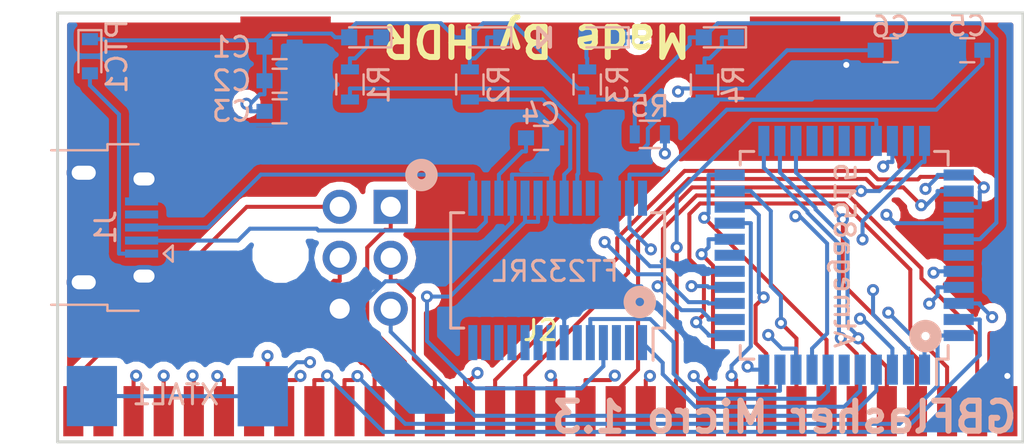
<source format=kicad_pcb>
(kicad_pcb (version 20171130) (host pcbnew "(5.0.2)-1")

  (general
    (thickness 0.8)
    (drawings 13)
    (tracks 616)
    (zones 0)
    (modules 22)
    (nets 49)
  )

  (page A4)
  (layers
    (0 F.Cu signal)
    (1 In1.Cu signal)
    (2 In2.Cu signal)
    (31 B.Cu signal)
    (32 B.Adhes user)
    (33 F.Adhes user)
    (34 B.Paste user)
    (35 F.Paste user)
    (36 B.SilkS user)
    (37 F.SilkS user)
    (38 B.Mask user)
    (39 F.Mask user)
    (40 Dwgs.User user)
    (41 Cmts.User user)
    (42 Eco1.User user)
    (43 Eco2.User user)
    (44 Edge.Cuts user)
    (45 Margin user)
    (46 B.CrtYd user)
    (47 F.CrtYd user)
    (48 B.Fab user)
    (49 F.Fab user)
  )

  (setup
    (last_trace_width 0.2)
    (trace_clearance 0.2)
    (zone_clearance 0.4)
    (zone_45_only no)
    (trace_min 0.2)
    (segment_width 0.2)
    (edge_width 0.2)
    (via_size 0.6)
    (via_drill 0.3)
    (via_min_size 0.4)
    (via_min_drill 0.3)
    (uvia_size 0.3)
    (uvia_drill 0.1)
    (uvias_allowed no)
    (uvia_min_size 0.2)
    (uvia_min_drill 0.1)
    (pcb_text_width 0.3)
    (pcb_text_size 1.5 1.5)
    (mod_edge_width 0.15)
    (mod_text_size 1 1)
    (mod_text_width 0.15)
    (pad_size 4.5 2)
    (pad_drill 0)
    (pad_to_mask_clearance 0.2)
    (solder_mask_min_width 0.25)
    (aux_axis_origin 0 0)
    (visible_elements 7FFFFFFF)
    (pcbplotparams
      (layerselection 0x010fc_ffffffff)
      (usegerberextensions false)
      (usegerberattributes false)
      (usegerberadvancedattributes false)
      (creategerberjobfile false)
      (excludeedgelayer true)
      (linewidth 0.100000)
      (plotframeref false)
      (viasonmask false)
      (mode 1)
      (useauxorigin false)
      (hpglpennumber 1)
      (hpglpenspeed 20)
      (hpglpendiameter 15.000000)
      (psnegative false)
      (psa4output false)
      (plotreference true)
      (plotvalue true)
      (plotinvisibletext false)
      (padsonsilk false)
      (subtractmaskfromsilk false)
      (outputformat 1)
      (mirror false)
      (drillshape 0)
      (scaleselection 1)
      (outputdirectory "MicroGerbers/"))
  )

  (net 0 "")
  (net 1 +5V)
  (net 2 /XIN)
  (net 3 "Net-(C6-Pad1)")
  (net 4 "Net-(IC3-Pad15)")
  (net 5 /A7)
  (net 6 /A6)
  (net 7 /A5)
  (net 8 /RESET)
  (net 9 "Net-(LED1-Pad1)")
  (net 10 "Net-(LED2-Pad1)")
  (net 11 "Net-(LED3-Pad2)")
  (net 12 "Net-(LED4-Pad1)")
  (net 13 "Net-(C4-Pad2)")
  (net 14 "Net-(IC1-Pad5)")
  (net 15 /TXLED)
  (net 16 /RXLED)
  (net 17 "Net-(IC1-Pad7)")
  (net 18 /A9)
  (net 19 /WR)
  (net 20 /RD)
  (net 21 /CS)
  (net 22 /A0)
  (net 23 /A1)
  (net 24 /A2)
  (net 25 /A3)
  (net 26 /A4)
  (net 27 /A8)
  (net 28 /A10)
  (net 29 /A11)
  (net 30 /A12)
  (net 31 /A13)
  (net 32 /A14)
  (net 33 /A15)
  (net 34 /D0)
  (net 35 /D1)
  (net 36 /D2)
  (net 37 /D3)
  (net 38 /D4)
  (net 39 /D5)
  (net 40 /D6)
  (net 41 /D7)
  (net 42 /RST)
  (net 43 /RWLED)
  (net 44 GND)
  (net 45 /SNDAIN)
  (net 46 "Net-(IC3-Pad16)")
  (net 47 "Net-(J2-Pad2)")
  (net 48 "Net-(J1-Pad1)")

  (net_class Default "This is the default net class."
    (clearance 0.2)
    (trace_width 0.2)
    (via_dia 0.6)
    (via_drill 0.3)
    (uvia_dia 0.3)
    (uvia_drill 0.1)
    (add_net +5V)
    (add_net /A0)
    (add_net /A1)
    (add_net /A10)
    (add_net /A11)
    (add_net /A12)
    (add_net /A13)
    (add_net /A14)
    (add_net /A15)
    (add_net /A2)
    (add_net /A3)
    (add_net /A4)
    (add_net /A5)
    (add_net /A6)
    (add_net /A7)
    (add_net /A8)
    (add_net /A9)
    (add_net /CS)
    (add_net /D0)
    (add_net /D1)
    (add_net /D2)
    (add_net /D3)
    (add_net /D4)
    (add_net /D5)
    (add_net /D6)
    (add_net /D7)
    (add_net /RD)
    (add_net /RESET)
    (add_net /RST)
    (add_net /RWLED)
    (add_net /RXLED)
    (add_net /SNDAIN)
    (add_net /TXLED)
    (add_net /WR)
    (add_net /XIN)
    (add_net GND)
    (add_net "Net-(C4-Pad2)")
    (add_net "Net-(C6-Pad1)")
    (add_net "Net-(IC1-Pad5)")
    (add_net "Net-(IC1-Pad7)")
    (add_net "Net-(IC3-Pad15)")
    (add_net "Net-(IC3-Pad16)")
    (add_net "Net-(J1-Pad1)")
    (add_net "Net-(J2-Pad2)")
    (add_net "Net-(LED1-Pad1)")
    (add_net "Net-(LED2-Pad1)")
    (add_net "Net-(LED3-Pad2)")
    (add_net "Net-(LED4-Pad1)")
  )

  (module Custom:FQ1045A-6.000 (layer B.Cu) (tedit 5CF98B0E) (tstamp 5C37E5EC)
    (at 126.281 67.851 180)
    (path /5C43B5B8)
    (fp_text reference XTAL1 (at 0.10922 -1.89738 180) (layer B.SilkS)
      (effects (font (size 1 1) (thickness 0.15)) (justify mirror))
    )
    (fp_text value 6MHz (at 0 0.5 180) (layer B.Fab)
      (effects (font (size 1 1) (thickness 0.15)) (justify mirror))
    )
    (pad 1 smd rect (at 4.28244 -1.96596 180) (size 2.5 3) (layers B.Cu B.Paste B.Mask)
      (net 2 /XIN))
    (pad 1 smd rect (at -4.22402 -1.97358 180) (size 2.5 3) (layers B.Cu B.Paste B.Mask)
      (net 2 /XIN))
  )

  (module Custom:DSL_Cartridge_Reader_Micro (layer F.Cu) (tedit 5CE1C249) (tstamp 5CB0FE31)
    (at 144.323 64.8208)
    (descr "Game Boy cartridge slot, DealExtreme 37787")
    (tags "gameboy cartridge slot")
    (path /5C34DD28)
    (attr smd)
    (fp_text reference J2 (at 0 1.7272 180) (layer F.SilkS)
      (effects (font (size 1 1) (thickness 0.15)))
    )
    (fp_text value CartBus (at 0 -11) (layer F.Fab)
      (effects (font (size 1 1) (thickness 0.15)))
    )
    (fp_text user %R (at 0 -1) (layer F.Fab)
      (effects (font (size 2 2) (thickness 0.2)))
    )
    (pad 32 smd rect (at 23.25 5.75) (size 1 2.5) (layers F.Cu F.Paste F.Mask)
      (net 44 GND))
    (pad 31 smd rect (at 21.75 5.75) (size 1 2.5) (layers F.Cu F.Paste F.Mask)
      (net 45 /SNDAIN))
    (pad 30 smd rect (at 20.25 5.75) (size 1 2.5) (layers F.Cu F.Paste F.Mask)
      (net 42 /RST))
    (pad 29 smd rect (at 18.75 5.75) (size 1 2.5) (layers F.Cu F.Paste F.Mask)
      (net 41 /D7))
    (pad 28 smd rect (at 17.25 5.75) (size 1 2.5) (layers F.Cu F.Paste F.Mask)
      (net 40 /D6))
    (pad 27 smd rect (at 15.75 5.75) (size 1 2.5) (layers F.Cu F.Paste F.Mask)
      (net 39 /D5))
    (pad 26 smd rect (at 14.25 5.75) (size 1 2.5) (layers F.Cu F.Paste F.Mask)
      (net 38 /D4))
    (pad 25 smd rect (at 12.75 5.75) (size 1 2.5) (layers F.Cu F.Paste F.Mask)
      (net 37 /D3))
    (pad 24 smd rect (at 11.25 5.75) (size 1 2.5) (layers F.Cu F.Paste F.Mask)
      (net 36 /D2))
    (pad 23 smd rect (at 9.75 5.75) (size 1 2.5) (layers F.Cu F.Paste F.Mask)
      (net 35 /D1))
    (pad 22 smd rect (at 8.25 5.75) (size 1 2.5) (layers F.Cu F.Paste F.Mask)
      (net 34 /D0))
    (pad 21 smd rect (at 6.75 5.75) (size 1 2.5) (layers F.Cu F.Paste F.Mask)
      (net 33 /A15))
    (pad 20 smd rect (at 5.25 5.75) (size 1 2.5) (layers F.Cu F.Paste F.Mask)
      (net 32 /A14))
    (pad 19 smd rect (at 3.75 5.75) (size 1 2.5) (layers F.Cu F.Paste F.Mask)
      (net 31 /A13))
    (pad 18 smd rect (at 2.25 5.75) (size 1 2.5) (layers F.Cu F.Paste F.Mask)
      (net 30 /A12))
    (pad 17 smd rect (at 0.75 5.75) (size 1 2.5) (layers F.Cu F.Paste F.Mask)
      (net 29 /A11))
    (pad 16 smd rect (at -0.75 5.75) (size 1 2.5) (layers F.Cu F.Paste F.Mask)
      (net 28 /A10))
    (pad 14 smd rect (at -3.75 5.75) (size 1 2.5) (layers F.Cu F.Paste F.Mask)
      (net 27 /A8))
    (pad 13 smd rect (at -5.25 5.75) (size 1 2.5) (layers F.Cu F.Paste F.Mask)
      (net 5 /A7))
    (pad 12 smd rect (at -6.75 5.75) (size 1 2.5) (layers F.Cu F.Paste F.Mask)
      (net 6 /A6))
    (pad 11 smd rect (at -8.25 5.75) (size 1 2.5) (layers F.Cu F.Paste F.Mask)
      (net 7 /A5))
    (pad 10 smd rect (at -9.75 5.75) (size 1 2.5) (layers F.Cu F.Paste F.Mask)
      (net 26 /A4))
    (pad 9 smd rect (at -11.25 5.75) (size 1 2.5) (layers F.Cu F.Paste F.Mask)
      (net 25 /A3))
    (pad 8 smd rect (at -12.75 5.75) (size 1 2.5) (layers F.Cu F.Paste F.Mask)
      (net 24 /A2))
    (pad 7 smd rect (at -14.25 5.75) (size 1 2.5) (layers F.Cu F.Paste F.Mask)
      (net 23 /A1))
    (pad 6 smd rect (at -15.75 5.75) (size 1 2.5) (layers F.Cu F.Paste F.Mask)
      (net 22 /A0))
    (pad 5 smd rect (at -17.25 5.75) (size 1 2.5) (layers F.Cu F.Paste F.Mask)
      (net 21 /CS))
    (pad 4 smd rect (at -18.75 5.75) (size 1 2.5) (layers F.Cu F.Paste F.Mask)
      (net 20 /RD))
    (pad 3 smd rect (at -20.25 5.75) (size 1 2.5) (layers F.Cu F.Paste F.Mask)
      (net 19 /WR))
    (pad 2 smd rect (at -21.75 5.75) (size 1 2.5) (layers F.Cu F.Paste F.Mask)
      (net 47 "Net-(J2-Pad2)"))
    (pad 15 smd rect (at -2.25 5.75) (size 1 2.5) (layers F.Cu F.Paste F.Mask)
      (net 18 /A9))
    (pad 1 smd rect (at -23.25 5.75) (size 1 2.5) (layers F.Cu F.Paste F.Mask)
      (net 1 +5V))
    (pad GND smd rect (at -12.68204 -12.9208) (size 4.5 2) (layers F.Cu F.Paste F.Mask)
      (net 44 GND))
    (pad GND smd rect (at 12.68204 -12.9208) (size 4.5 2) (layers F.Cu F.Paste F.Mask)
      (net 44 GND))
    (pad "" np_thru_hole circle (at 12.93204 -2.04724) (size 2 2) (drill 2) (layers *.Cu *.Mask))
    (pad "" np_thru_hole circle (at -12.93204 -2.04724) (size 2 2) (drill 2) (layers *.Cu *.Mask))
    (model ${KISYS3DMOD}/Gekkio_Connector_PCBEdge.3dshapes/GameBoy_Cartridge_DX-37787_1x32_P1.50mm_Socket_Horizontal.wrl
      (at (xyz 0 0 0))
      (scale (xyz 1 1 1))
      (rotate (xyz 0 0 0))
    )
  )

  (module Custom:USB_Micro-B_Amphenol_10103594-0001LF_Horizontal (layer B.Cu) (tedit 5CB0FDF9) (tstamp 5CB0FE08)
    (at 122.707 61.3918 90)
    (descr "Micro USB Type B 10103594-0001LF, http://cdn.amphenol-icc.com/media/wysiwyg/files/drawing/10103594.pdf")
    (tags "USB USB_B USB_micro USB_OTG")
    (path /5CB18AA0)
    (attr smd)
    (fp_text reference J1 (at -0.0152 -0.0208 90) (layer B.SilkS)
      (effects (font (size 1 1) (thickness 0.15)) (justify mirror))
    )
    (fp_text value USB_B_Micro (at -0.025 -4.435 90) (layer B.Fab)
      (effects (font (size 1 1) (thickness 0.15)) (justify mirror))
    )
    (fp_line (start 4.14 -3.58) (end -4.13 -3.58) (layer B.CrtYd) (width 0.05))
    (fp_line (start 4.14 -3.58) (end 4.14 2.88) (layer B.CrtYd) (width 0.05))
    (fp_line (start -4.13 2.88) (end -4.13 -3.58) (layer B.CrtYd) (width 0.05))
    (fp_line (start -4.13 2.88) (end 4.14 2.88) (layer B.CrtYd) (width 0.05))
    (fp_line (start -4.025 -2.835) (end 3.975 -2.835) (layer Dwgs.User) (width 0.1))
    (fp_line (start -3.775 -3.335) (end -3.775 0.865) (layer B.Fab) (width 0.12))
    (fp_line (start -2.975 1.615) (end 3.725 1.615) (layer B.Fab) (width 0.12))
    (fp_line (start 3.725 1.615) (end 3.725 -3.335) (layer B.Fab) (width 0.12))
    (fp_line (start 3.725 -3.335) (end -3.775 -3.335) (layer B.Fab) (width 0.12))
    (fp_line (start -3.775 0.865) (end -2.975 1.615) (layer B.Fab) (width 0.12))
    (fp_line (start -1.325 2.865) (end -1.725 3.315) (layer B.SilkS) (width 0.12))
    (fp_line (start -1.725 3.315) (end -0.925 3.315) (layer B.SilkS) (width 0.12))
    (fp_line (start -0.925 3.315) (end -1.325 2.865) (layer B.SilkS) (width 0.12))
    (fp_line (start 3.825 -2.735) (end 3.825 0.065) (layer B.SilkS) (width 0.12))
    (fp_line (start 3.825 0.065) (end 4.125 0.065) (layer B.SilkS) (width 0.12))
    (fp_line (start 4.125 0.065) (end 4.125 1.615) (layer B.SilkS) (width 0.12))
    (fp_line (start -3.875 -2.735) (end -3.875 0.065) (layer B.SilkS) (width 0.12))
    (fp_line (start -4.175 0.065) (end -3.875 0.065) (layer B.SilkS) (width 0.12))
    (fp_line (start -4.175 0.065) (end -4.175 1.615) (layer B.SilkS) (width 0.12))
    (fp_text user %R (at -0.025 0.015 90) (layer B.Fab)
      (effects (font (size 1 1) (thickness 0.15)) (justify mirror))
    )
    (fp_text user "PCB edge" (at -0.025 -2.235 90) (layer Dwgs.User)
      (effects (font (size 0.5 0.5) (thickness 0.075)))
    )
    (pad 6 thru_hole oval (at 2.705 -1.115) (size 1.7 1.35) (drill oval 1.2 0.7) (layers *.Cu *.Mask)
      (net 44 GND))
    (pad 6 thru_hole oval (at -2.755 -1.115) (size 1.7 1.35) (drill oval 1.2 0.7) (layers *.Cu *.Mask)
      (net 44 GND))
    (pad 6 thru_hole oval (at 2.395 1.885) (size 1.5 1.1) (drill oval 1.05 0.65) (layers *.Cu *.Mask)
      (net 44 GND))
    (pad 6 thru_hole oval (at -2.445 1.885) (size 1.5 1.1) (drill oval 1.05 0.65) (layers *.Cu *.Mask)
      (net 44 GND))
    (pad 5 smd rect (at 1.275 1.765) (size 1.65 0.4) (layers B.Cu B.Paste B.Mask)
      (net 44 GND))
    (pad 4 smd rect (at 0.625 1.765) (size 1.65 0.4) (layers B.Cu B.Paste B.Mask))
    (pad 3 smd rect (at -0.025 1.765) (size 1.65 0.4) (layers B.Cu B.Paste B.Mask)
      (net 4 "Net-(IC3-Pad15)"))
    (pad 2 smd rect (at -0.675 1.765) (size 1.65 0.4) (layers B.Cu B.Paste B.Mask)
      (net 46 "Net-(IC3-Pad16)"))
    (pad 1 smd rect (at -1.325 1.765) (size 1.65 0.4) (layers B.Cu B.Paste B.Mask)
      (net 48 "Net-(J1-Pad1)"))
    (model ${KISYS3DMOD}/Connector_USB.3dshapes/USB_Micro-B_Amphenol_10103594-0001LF_Horizontal.wrl
      (at (xyz 0 0 0))
      (scale (xyz 1 1 1))
      (rotate (xyz 0 0 0))
    )
  )

  (module Custom:Pin_Header_Angled_2x03_Pitch2.54mm (layer B.Cu) (tedit 5C375F91) (tstamp 5C380EE8)
    (at 136.875 60.384 180)
    (descr "Through hole angled pin header, 2x03, 2.54mm pitch, 6mm pin length, double rows")
    (tags "Through hole angled pin header THT 2x03 2.54mm double row")
    (path /5C452579)
    (fp_text reference JP1 (at 0.762 2.794 180) (layer B.SilkS) hide
      (effects (font (size 1 1) (thickness 0.15)) (justify mirror))
    )
    (fp_text value Conn_02x03_Odd_Even (at 5.655 -7.35 180) (layer B.Fab)
      (effects (font (size 1 1) (thickness 0.15)) (justify mirror))
    )
    (fp_line (start -0.32 -4.76) (end -0.32 -5.4) (layer B.Fab) (width 0.1))
    (fp_line (start -0.32 -2.22) (end -0.32 -2.86) (layer B.Fab) (width 0.1))
    (fp_line (start -0.32 0.32) (end -0.32 -0.32) (layer B.Fab) (width 0.1))
    (pad 6 thru_hole oval (at 2.54 -5.08 180) (size 1.7 1.7) (drill 1) (layers *.Cu *.Mask)
      (net 44 GND))
    (pad 5 thru_hole oval (at 0 -5.08 180) (size 1.7 1.7) (drill 1) (layers *.Cu *.Mask)
      (net 8 /RESET))
    (pad 4 thru_hole oval (at 2.54 -2.54 180) (size 1.7 1.7) (drill 1) (layers *.Cu *.Mask)
      (net 7 /A5))
    (pad 3 thru_hole oval (at 0 -2.54 180) (size 1.7 1.7) (drill 1) (layers *.Cu *.Mask)
      (net 5 /A7))
    (pad 2 thru_hole oval (at 2.54 0 180) (size 1.7 1.7) (drill 1) (layers *.Cu *.Mask)
      (net 1 +5V))
    (pad 1 thru_hole rect (at 0 0 180) (size 1.7 1.7) (drill 1) (layers *.Cu *.Mask)
      (net 6 /A6))
    (model ${KISYS3DMOD}/Pin_Headers.3dshapes/Pin_Header_Angled_2x03_Pitch2.54mm.wrl
      (at (xyz 0 0 0))
      (scale (xyz 1 1 1))
      (rotate (xyz 0 0 0))
    )
  )

  (module Capacitors_SMD:C_0603 (layer B.Cu) (tedit 5C796B98) (tstamp 5C350C32)
    (at 131.343 52.4256)
    (descr "Capacitor SMD 0603, reflow soldering, AVX (see smccp.pdf)")
    (tags "capacitor 0603")
    (path /5C437106)
    (attr smd)
    (fp_text reference C1 (at -2.3872 0) (layer B.SilkS)
      (effects (font (size 1 1) (thickness 0.15)) (justify mirror))
    )
    (fp_text value 0.1uF (at 0 -1.5) (layer B.Fab)
      (effects (font (size 1 1) (thickness 0.15)) (justify mirror))
    )
    (fp_line (start 1.4 -0.65) (end -1.4 -0.65) (layer B.CrtYd) (width 0.05))
    (fp_line (start 1.4 -0.65) (end 1.4 0.65) (layer B.CrtYd) (width 0.05))
    (fp_line (start -1.4 0.65) (end -1.4 -0.65) (layer B.CrtYd) (width 0.05))
    (fp_line (start -1.4 0.65) (end 1.4 0.65) (layer B.CrtYd) (width 0.05))
    (fp_line (start 0.35 -0.6) (end -0.35 -0.6) (layer B.SilkS) (width 0.12))
    (fp_line (start -0.35 0.6) (end 0.35 0.6) (layer B.SilkS) (width 0.12))
    (fp_line (start -0.8 0.4) (end 0.8 0.4) (layer B.Fab) (width 0.1))
    (fp_line (start 0.8 0.4) (end 0.8 -0.4) (layer B.Fab) (width 0.1))
    (fp_line (start 0.8 -0.4) (end -0.8 -0.4) (layer B.Fab) (width 0.1))
    (fp_line (start -0.8 -0.4) (end -0.8 0.4) (layer B.Fab) (width 0.1))
    (fp_text user %R (at 0.114999 -0.027999) (layer B.Fab)
      (effects (font (size 0.3 0.3) (thickness 0.075)) (justify mirror))
    )
    (pad 2 smd rect (at 0.75 0) (size 0.8 0.75) (layers B.Cu B.Paste B.Mask)
      (net 44 GND))
    (pad 1 smd rect (at -0.75 0) (size 0.8 0.75) (layers B.Cu B.Paste B.Mask)
      (net 1 +5V))
    (model Capacitors_SMD.3dshapes/C_0603.wrl
      (at (xyz 0 0 0))
      (scale (xyz 1 1 1))
      (rotate (xyz 0 0 0))
    )
  )

  (module Capacitors_SMD:C_0603 (layer B.Cu) (tedit 59958EE7) (tstamp 5C350C43)
    (at 131.343 54.102)
    (descr "Capacitor SMD 0603, reflow soldering, AVX (see smccp.pdf)")
    (tags "capacitor 0603")
    (path /5C42BCE5)
    (attr smd)
    (fp_text reference C2 (at -2.3872 0) (layer B.SilkS)
      (effects (font (size 1 1) (thickness 0.15)) (justify mirror))
    )
    (fp_text value 0.1uF (at 0 -1.5) (layer B.Fab)
      (effects (font (size 1 1) (thickness 0.15)) (justify mirror))
    )
    (fp_text user %R (at 0 0) (layer B.Fab)
      (effects (font (size 0.3 0.3) (thickness 0.075)) (justify mirror))
    )
    (fp_line (start -0.8 -0.4) (end -0.8 0.4) (layer B.Fab) (width 0.1))
    (fp_line (start 0.8 -0.4) (end -0.8 -0.4) (layer B.Fab) (width 0.1))
    (fp_line (start 0.8 0.4) (end 0.8 -0.4) (layer B.Fab) (width 0.1))
    (fp_line (start -0.8 0.4) (end 0.8 0.4) (layer B.Fab) (width 0.1))
    (fp_line (start -0.35 0.6) (end 0.35 0.6) (layer B.SilkS) (width 0.12))
    (fp_line (start 0.35 -0.6) (end -0.35 -0.6) (layer B.SilkS) (width 0.12))
    (fp_line (start -1.4 0.65) (end 1.4 0.65) (layer B.CrtYd) (width 0.05))
    (fp_line (start -1.4 0.65) (end -1.4 -0.65) (layer B.CrtYd) (width 0.05))
    (fp_line (start 1.4 -0.65) (end 1.4 0.65) (layer B.CrtYd) (width 0.05))
    (fp_line (start 1.4 -0.65) (end -1.4 -0.65) (layer B.CrtYd) (width 0.05))
    (pad 1 smd rect (at -0.75 0) (size 0.8 0.75) (layers B.Cu B.Paste B.Mask)
      (net 1 +5V))
    (pad 2 smd rect (at 0.75 0) (size 0.8 0.75) (layers B.Cu B.Paste B.Mask)
      (net 44 GND))
    (model Capacitors_SMD.3dshapes/C_0603.wrl
      (at (xyz 0 0 0))
      (scale (xyz 1 1 1))
      (rotate (xyz 0 0 0))
    )
  )

  (module Capacitors_SMD:C_0603 (layer B.Cu) (tedit 59958EE7) (tstamp 5C350C54)
    (at 131.343 55.626)
    (descr "Capacitor SMD 0603, reflow soldering, AVX (see smccp.pdf)")
    (tags "capacitor 0603")
    (path /5C4245CA)
    (attr smd)
    (fp_text reference C3 (at -2.3872 0) (layer B.SilkS)
      (effects (font (size 1 1) (thickness 0.15)) (justify mirror))
    )
    (fp_text value 10uF (at 0 -1.5) (layer B.Fab)
      (effects (font (size 1 1) (thickness 0.15)) (justify mirror))
    )
    (fp_line (start 1.4 -0.65) (end -1.4 -0.65) (layer B.CrtYd) (width 0.05))
    (fp_line (start 1.4 -0.65) (end 1.4 0.65) (layer B.CrtYd) (width 0.05))
    (fp_line (start -1.4 0.65) (end -1.4 -0.65) (layer B.CrtYd) (width 0.05))
    (fp_line (start -1.4 0.65) (end 1.4 0.65) (layer B.CrtYd) (width 0.05))
    (fp_line (start 0.35 -0.6) (end -0.35 -0.6) (layer B.SilkS) (width 0.12))
    (fp_line (start -0.35 0.6) (end 0.35 0.6) (layer B.SilkS) (width 0.12))
    (fp_line (start -0.8 0.4) (end 0.8 0.4) (layer B.Fab) (width 0.1))
    (fp_line (start 0.8 0.4) (end 0.8 -0.4) (layer B.Fab) (width 0.1))
    (fp_line (start 0.8 -0.4) (end -0.8 -0.4) (layer B.Fab) (width 0.1))
    (fp_line (start -0.8 -0.4) (end -0.8 0.4) (layer B.Fab) (width 0.1))
    (fp_text user %R (at 0 0) (layer B.Fab)
      (effects (font (size 0.3 0.3) (thickness 0.075)) (justify mirror))
    )
    (pad 2 smd rect (at 0.75 0) (size 0.8 0.75) (layers B.Cu B.Paste B.Mask)
      (net 44 GND))
    (pad 1 smd rect (at -0.75 0) (size 0.8 0.75) (layers B.Cu B.Paste B.Mask)
      (net 1 +5V))
    (model Capacitors_SMD.3dshapes/C_0603.wrl
      (at (xyz 0 0 0))
      (scale (xyz 1 1 1))
      (rotate (xyz 0 0 0))
    )
  )

  (module Capacitors_SMD:C_0603 (layer B.Cu) (tedit 59958EE7) (tstamp 5C350C65)
    (at 144.36 56.9498 180)
    (descr "Capacitor SMD 0603, reflow soldering, AVX (see smccp.pdf)")
    (tags "capacitor 0603")
    (path /5C403F17)
    (attr smd)
    (fp_text reference C4 (at 0.012 1.2065 180) (layer B.SilkS)
      (effects (font (size 1 1) (thickness 0.15)) (justify mirror))
    )
    (fp_text value 0.1uF (at 0 -1.5 180) (layer B.Fab)
      (effects (font (size 1 1) (thickness 0.15)) (justify mirror))
    )
    (fp_text user %R (at 0 0 180) (layer B.Fab)
      (effects (font (size 0.3 0.3) (thickness 0.075)) (justify mirror))
    )
    (fp_line (start -0.8 -0.4) (end -0.8 0.4) (layer B.Fab) (width 0.1))
    (fp_line (start 0.8 -0.4) (end -0.8 -0.4) (layer B.Fab) (width 0.1))
    (fp_line (start 0.8 0.4) (end 0.8 -0.4) (layer B.Fab) (width 0.1))
    (fp_line (start -0.8 0.4) (end 0.8 0.4) (layer B.Fab) (width 0.1))
    (fp_line (start -0.35 0.6) (end 0.35 0.6) (layer B.SilkS) (width 0.12))
    (fp_line (start 0.35 -0.6) (end -0.35 -0.6) (layer B.SilkS) (width 0.12))
    (fp_line (start -1.4 0.65) (end 1.4 0.65) (layer B.CrtYd) (width 0.05))
    (fp_line (start -1.4 0.65) (end -1.4 -0.65) (layer B.CrtYd) (width 0.05))
    (fp_line (start 1.4 -0.65) (end 1.4 0.65) (layer B.CrtYd) (width 0.05))
    (fp_line (start 1.4 -0.65) (end -1.4 -0.65) (layer B.CrtYd) (width 0.05))
    (pad 1 smd rect (at -0.75 0 180) (size 0.8 0.75) (layers B.Cu B.Paste B.Mask)
      (net 44 GND))
    (pad 2 smd rect (at 0.75 0 180) (size 0.8 0.75) (layers B.Cu B.Paste B.Mask)
      (net 13 "Net-(C4-Pad2)"))
    (model Capacitors_SMD.3dshapes/C_0603.wrl
      (at (xyz 0 0 0))
      (scale (xyz 1 1 1))
      (rotate (xyz 0 0 0))
    )
  )

  (module Capacitors_SMD:C_0603 (layer B.Cu) (tedit 59958EE7) (tstamp 5C350C76)
    (at 165.577 52.5814 180)
    (descr "Capacitor SMD 0603, reflow soldering, AVX (see smccp.pdf)")
    (tags "capacitor 0603")
    (path /5C44CF09)
    (attr smd)
    (fp_text reference C5 (at 0 1.2192 180) (layer B.SilkS)
      (effects (font (size 1 1) (thickness 0.15)) (justify mirror))
    )
    (fp_text value 22pF (at 0 -1.5 180) (layer B.Fab)
      (effects (font (size 1 1) (thickness 0.15)) (justify mirror))
    )
    (fp_line (start 1.4 -0.65) (end -1.4 -0.65) (layer B.CrtYd) (width 0.05))
    (fp_line (start 1.4 -0.65) (end 1.4 0.65) (layer B.CrtYd) (width 0.05))
    (fp_line (start -1.4 0.65) (end -1.4 -0.65) (layer B.CrtYd) (width 0.05))
    (fp_line (start -1.4 0.65) (end 1.4 0.65) (layer B.CrtYd) (width 0.05))
    (fp_line (start 0.35 -0.6) (end -0.35 -0.6) (layer B.SilkS) (width 0.12))
    (fp_line (start -0.35 0.6) (end 0.35 0.6) (layer B.SilkS) (width 0.12))
    (fp_line (start -0.8 0.4) (end 0.8 0.4) (layer B.Fab) (width 0.1))
    (fp_line (start 0.8 0.4) (end 0.8 -0.4) (layer B.Fab) (width 0.1))
    (fp_line (start 0.8 -0.4) (end -0.8 -0.4) (layer B.Fab) (width 0.1))
    (fp_line (start -0.8 -0.4) (end -0.8 0.4) (layer B.Fab) (width 0.1))
    (fp_text user %R (at 0 0 180) (layer B.Fab)
      (effects (font (size 0.3 0.3) (thickness 0.075)) (justify mirror))
    )
    (pad 2 smd rect (at 0.75 0 180) (size 0.8 0.75) (layers B.Cu B.Paste B.Mask)
      (net 44 GND))
    (pad 1 smd rect (at -0.75 0 180) (size 0.8 0.75) (layers B.Cu B.Paste B.Mask)
      (net 2 /XIN))
    (model Capacitors_SMD.3dshapes/C_0603.wrl
      (at (xyz 0 0 0))
      (scale (xyz 1 1 1))
      (rotate (xyz 0 0 0))
    )
  )

  (module Capacitors_SMD:C_0603 (layer B.Cu) (tedit 59958EE7) (tstamp 5C350C87)
    (at 161.767 52.5814)
    (descr "Capacitor SMD 0603, reflow soldering, AVX (see smccp.pdf)")
    (tags "capacitor 0603")
    (path /5C44CF77)
    (attr smd)
    (fp_text reference C6 (at 0 -1.1684) (layer B.SilkS)
      (effects (font (size 1 1) (thickness 0.15)) (justify mirror))
    )
    (fp_text value 22pF (at 0 -1.5) (layer B.Fab)
      (effects (font (size 1 1) (thickness 0.15)) (justify mirror))
    )
    (fp_text user %R (at 0 0) (layer B.Fab)
      (effects (font (size 0.3 0.3) (thickness 0.075)) (justify mirror))
    )
    (fp_line (start -0.8 -0.4) (end -0.8 0.4) (layer B.Fab) (width 0.1))
    (fp_line (start 0.8 -0.4) (end -0.8 -0.4) (layer B.Fab) (width 0.1))
    (fp_line (start 0.8 0.4) (end 0.8 -0.4) (layer B.Fab) (width 0.1))
    (fp_line (start -0.8 0.4) (end 0.8 0.4) (layer B.Fab) (width 0.1))
    (fp_line (start -0.35 0.6) (end 0.35 0.6) (layer B.SilkS) (width 0.12))
    (fp_line (start 0.35 -0.6) (end -0.35 -0.6) (layer B.SilkS) (width 0.12))
    (fp_line (start -1.4 0.65) (end 1.4 0.65) (layer B.CrtYd) (width 0.05))
    (fp_line (start -1.4 0.65) (end -1.4 -0.65) (layer B.CrtYd) (width 0.05))
    (fp_line (start 1.4 -0.65) (end 1.4 0.65) (layer B.CrtYd) (width 0.05))
    (fp_line (start 1.4 -0.65) (end -1.4 -0.65) (layer B.CrtYd) (width 0.05))
    (pad 1 smd rect (at -0.75 0) (size 0.8 0.75) (layers B.Cu B.Paste B.Mask)
      (net 3 "Net-(C6-Pad1)"))
    (pad 2 smd rect (at 0.75 0) (size 0.8 0.75) (layers B.Cu B.Paste B.Mask)
      (net 44 GND))
    (model Capacitors_SMD.3dshapes/C_0603.wrl
      (at (xyz 0 0 0))
      (scale (xyz 1 1 1))
      (rotate (xyz 0 0 0))
    )
  )

  (module LEDs:LED_0603 (layer B.Cu) (tedit 5C376399) (tstamp 5C350D3B)
    (at 135.607 51.9379 180)
    (descr "LED 0603 smd package")
    (tags "LED led 0603 SMD smd SMT smt smdled SMDLED smtled SMTLED")
    (path /5C3B1FE4)
    (attr smd)
    (fp_text reference LED1 (at 0 1.25 180) (layer B.SilkS) hide
      (effects (font (size 1 1) (thickness 0.15)) (justify mirror))
    )
    (fp_text value LED (at 0 -1.35 180) (layer B.Fab)
      (effects (font (size 1 1) (thickness 0.15)) (justify mirror))
    )
    (fp_line (start -1.45 0.65) (end 1.45 0.65) (layer B.CrtYd) (width 0.05))
    (fp_line (start -1.45 -0.65) (end -1.45 0.65) (layer B.CrtYd) (width 0.05))
    (fp_line (start 1.45 -0.65) (end -1.45 -0.65) (layer B.CrtYd) (width 0.05))
    (fp_line (start 1.45 0.65) (end 1.45 -0.65) (layer B.CrtYd) (width 0.05))
    (fp_line (start -1.3 0.5) (end 0.8 0.5) (layer B.SilkS) (width 0.12))
    (fp_line (start -1.3 -0.5) (end 0.8 -0.5) (layer B.SilkS) (width 0.12))
    (fp_line (start -0.8 -0.4) (end -0.8 0.4) (layer B.Fab) (width 0.1))
    (fp_line (start -0.8 0.4) (end 0.8 0.4) (layer B.Fab) (width 0.1))
    (fp_line (start 0.8 0.4) (end 0.8 -0.4) (layer B.Fab) (width 0.1))
    (fp_line (start 0.8 -0.4) (end -0.8 -0.4) (layer B.Fab) (width 0.1))
    (fp_line (start 0.15 0.2) (end 0.15 -0.2) (layer B.Fab) (width 0.1))
    (fp_line (start 0.15 -0.2) (end -0.15 0) (layer B.Fab) (width 0.1))
    (fp_line (start -0.15 0) (end 0.15 0.2) (layer B.Fab) (width 0.1))
    (fp_line (start -0.2 0.2) (end -0.2 -0.2) (layer B.Fab) (width 0.1))
    (fp_line (start -1.3 0.5) (end -1.3 -0.5) (layer B.SilkS) (width 0.12))
    (pad 1 smd rect (at -0.8 0) (size 0.8 0.8) (layers B.Cu B.Paste B.Mask)
      (net 9 "Net-(LED1-Pad1)"))
    (pad 2 smd rect (at 0.8 0) (size 0.8 0.8) (layers B.Cu B.Paste B.Mask)
      (net 1 +5V))
    (model ${KISYS3DMOD}/LEDs.3dshapes/LED_0603.wrl
      (at (xyz 0 0 0))
      (scale (xyz 1 1 1))
      (rotate (xyz 0 0 180))
    )
  )

  (module LEDs:LED_0603 (layer B.Cu) (tedit 5C37639E) (tstamp 5C350D50)
    (at 141.576 51.9379 180)
    (descr "LED 0603 smd package")
    (tags "LED led 0603 SMD smd SMT smt smdled SMDLED smtled SMTLED")
    (path /5C3C5EB2)
    (attr smd)
    (fp_text reference LED2 (at 0 1.25 180) (layer B.SilkS) hide
      (effects (font (size 1 1) (thickness 0.15)) (justify mirror))
    )
    (fp_text value LED (at 0 -1.35 180) (layer B.Fab)
      (effects (font (size 1 1) (thickness 0.15)) (justify mirror))
    )
    (fp_line (start -1.45 0.65) (end 1.45 0.65) (layer B.CrtYd) (width 0.05))
    (fp_line (start -1.45 -0.65) (end -1.45 0.65) (layer B.CrtYd) (width 0.05))
    (fp_line (start 1.45 -0.65) (end -1.45 -0.65) (layer B.CrtYd) (width 0.05))
    (fp_line (start 1.45 0.65) (end 1.45 -0.65) (layer B.CrtYd) (width 0.05))
    (fp_line (start -1.3 0.5) (end 0.8 0.5) (layer B.SilkS) (width 0.12))
    (fp_line (start -1.3 -0.5) (end 0.8 -0.5) (layer B.SilkS) (width 0.12))
    (fp_line (start -0.8 -0.4) (end -0.8 0.4) (layer B.Fab) (width 0.1))
    (fp_line (start -0.8 0.4) (end 0.8 0.4) (layer B.Fab) (width 0.1))
    (fp_line (start 0.8 0.4) (end 0.8 -0.4) (layer B.Fab) (width 0.1))
    (fp_line (start 0.8 -0.4) (end -0.8 -0.4) (layer B.Fab) (width 0.1))
    (fp_line (start 0.15 0.2) (end 0.15 -0.2) (layer B.Fab) (width 0.1))
    (fp_line (start 0.15 -0.2) (end -0.15 0) (layer B.Fab) (width 0.1))
    (fp_line (start -0.15 0) (end 0.15 0.2) (layer B.Fab) (width 0.1))
    (fp_line (start -0.2 0.2) (end -0.2 -0.2) (layer B.Fab) (width 0.1))
    (fp_line (start -1.3 0.5) (end -1.3 -0.5) (layer B.SilkS) (width 0.12))
    (pad 1 smd rect (at -0.8 0) (size 0.8 0.8) (layers B.Cu B.Paste B.Mask)
      (net 10 "Net-(LED2-Pad1)"))
    (pad 2 smd rect (at 0.8 0) (size 0.8 0.8) (layers B.Cu B.Paste B.Mask)
      (net 1 +5V))
    (model ${KISYS3DMOD}/LEDs.3dshapes/LED_0603.wrl
      (at (xyz 0 0 0))
      (scale (xyz 1 1 1))
      (rotate (xyz 0 0 180))
    )
  )

  (module LEDs:LED_0603 (layer B.Cu) (tedit 5C3763A3) (tstamp 5C375C73)
    (at 147.418 51.9379 180)
    (descr "LED 0603 smd package")
    (tags "LED led 0603 SMD smd SMT smt smdled SMDLED smtled SMTLED")
    (path /5C3B886E)
    (attr smd)
    (fp_text reference LED3 (at 0 1.25 180) (layer B.SilkS) hide
      (effects (font (size 1 1) (thickness 0.15)) (justify mirror))
    )
    (fp_text value LED (at 0 -1.35 180) (layer B.Fab)
      (effects (font (size 1 1) (thickness 0.15)) (justify mirror))
    )
    (fp_line (start -1.3 0.5) (end -1.3 -0.5) (layer B.SilkS) (width 0.12))
    (fp_line (start -0.2 0.2) (end -0.2 -0.2) (layer B.Fab) (width 0.1))
    (fp_line (start -0.15 0) (end 0.15 0.2) (layer B.Fab) (width 0.1))
    (fp_line (start 0.15 -0.2) (end -0.15 0) (layer B.Fab) (width 0.1))
    (fp_line (start 0.15 0.2) (end 0.15 -0.2) (layer B.Fab) (width 0.1))
    (fp_line (start 0.8 -0.4) (end -0.8 -0.4) (layer B.Fab) (width 0.1))
    (fp_line (start 0.8 0.4) (end 0.8 -0.4) (layer B.Fab) (width 0.1))
    (fp_line (start -0.8 0.4) (end 0.8 0.4) (layer B.Fab) (width 0.1))
    (fp_line (start -0.8 -0.4) (end -0.8 0.4) (layer B.Fab) (width 0.1))
    (fp_line (start -1.3 -0.5) (end 0.8 -0.5) (layer B.SilkS) (width 0.12))
    (fp_line (start -1.3 0.5) (end 0.8 0.5) (layer B.SilkS) (width 0.12))
    (fp_line (start 1.45 0.65) (end 1.45 -0.65) (layer B.CrtYd) (width 0.05))
    (fp_line (start 1.45 -0.65) (end -1.45 -0.65) (layer B.CrtYd) (width 0.05))
    (fp_line (start -1.45 -0.65) (end -1.45 0.65) (layer B.CrtYd) (width 0.05))
    (fp_line (start -1.45 0.65) (end 1.45 0.65) (layer B.CrtYd) (width 0.05))
    (pad 2 smd rect (at 0.8 0) (size 0.8 0.8) (layers B.Cu B.Paste B.Mask)
      (net 11 "Net-(LED3-Pad2)"))
    (pad 1 smd rect (at -0.8 0) (size 0.8 0.8) (layers B.Cu B.Paste B.Mask)
      (net 43 /RWLED))
    (model ${KISYS3DMOD}/LEDs.3dshapes/LED_0603.wrl
      (at (xyz 0 0 0))
      (scale (xyz 1 1 1))
      (rotate (xyz 0 0 180))
    )
  )

  (module LEDs:LED_0603 (layer B.Cu) (tedit 5CA97E91) (tstamp 5C350D7A)
    (at 153.26 51.9379 180)
    (descr "LED 0603 smd package")
    (tags "LED led 0603 SMD smd SMT smt smdled SMDLED smtled SMTLED")
    (path /5C3B1ECB)
    (attr smd)
    (fp_text reference LED4 (at 0 1.25 180) (layer B.SilkS) hide
      (effects (font (size 1 1) (thickness 0.15)) (justify mirror))
    )
    (fp_text value LED (at 0 -1.35 180) (layer B.Fab) hide
      (effects (font (size 1 1) (thickness 0.15)) (justify mirror))
    )
    (fp_line (start -1.3 0.5) (end -1.3 -0.5) (layer B.SilkS) (width 0.12))
    (fp_line (start -0.2 0.2) (end -0.2 -0.2) (layer B.Fab) (width 0.1))
    (fp_line (start -0.15 0) (end 0.15 0.2) (layer B.Fab) (width 0.1))
    (fp_line (start 0.15 -0.2) (end -0.15 0) (layer B.Fab) (width 0.1))
    (fp_line (start 0.15 0.2) (end 0.15 -0.2) (layer B.Fab) (width 0.1))
    (fp_line (start 0.8 -0.4) (end -0.8 -0.4) (layer B.Fab) (width 0.1))
    (fp_line (start 0.8 0.4) (end 0.8 -0.4) (layer B.Fab) (width 0.1))
    (fp_line (start -0.8 0.4) (end 0.8 0.4) (layer B.Fab) (width 0.1))
    (fp_line (start -0.8 -0.4) (end -0.8 0.4) (layer B.Fab) (width 0.1))
    (fp_line (start -1.3 -0.5) (end 0.8 -0.5) (layer B.SilkS) (width 0.12))
    (fp_line (start -1.3 0.5) (end 0.8 0.5) (layer B.SilkS) (width 0.12))
    (fp_line (start 1.45 0.65) (end 1.45 -0.65) (layer B.CrtYd) (width 0.05))
    (fp_line (start 1.45 -0.65) (end -1.45 -0.65) (layer B.CrtYd) (width 0.05))
    (fp_line (start -1.45 -0.65) (end -1.45 0.65) (layer B.CrtYd) (width 0.05))
    (fp_line (start -1.45 0.65) (end 1.45 0.65) (layer B.CrtYd) (width 0.05))
    (pad 2 smd rect (at 0.8 0) (size 0.8 0.8) (layers B.Cu B.Paste B.Mask)
      (net 1 +5V))
    (pad 1 smd rect (at -0.8 0) (size 0.8 0.8) (layers B.Cu B.Paste B.Mask)
      (net 12 "Net-(LED4-Pad1)"))
    (model ${KISYS3DMOD}/LEDs.3dshapes/LED_0603.wrl
      (at (xyz 0 0 0))
      (scale (xyz 1 1 1))
      (rotate (xyz 0 0 180))
    )
  )

  (module Resistors_SMD:R_0603 (layer B.Cu) (tedit 58E0A804) (tstamp 5C350DA3)
    (at 134.845 54.2874 90)
    (descr "Resistor SMD 0603, reflow soldering, Vishay (see dcrcw.pdf)")
    (tags "resistor 0603")
    (path /5C3D305E)
    (attr smd)
    (fp_text reference R1 (at 0 1.45 90) (layer B.SilkS)
      (effects (font (size 1 1) (thickness 0.15)) (justify mirror))
    )
    (fp_text value 1K (at 0 -1.5 90) (layer B.Fab)
      (effects (font (size 1 1) (thickness 0.15)) (justify mirror))
    )
    (fp_text user %R (at -1.4 0 90) (layer B.Fab)
      (effects (font (size 0.4 0.4) (thickness 0.075)) (justify mirror))
    )
    (fp_line (start -0.8 -0.4) (end -0.8 0.4) (layer B.Fab) (width 0.1))
    (fp_line (start 0.8 -0.4) (end -0.8 -0.4) (layer B.Fab) (width 0.1))
    (fp_line (start 0.8 0.4) (end 0.8 -0.4) (layer B.Fab) (width 0.1))
    (fp_line (start -0.8 0.4) (end 0.8 0.4) (layer B.Fab) (width 0.1))
    (fp_line (start 0.5 -0.68) (end -0.5 -0.68) (layer B.SilkS) (width 0.12))
    (fp_line (start -0.5 0.68) (end 0.5 0.68) (layer B.SilkS) (width 0.12))
    (fp_line (start -1.25 0.7) (end 1.25 0.7) (layer B.CrtYd) (width 0.05))
    (fp_line (start -1.25 0.7) (end -1.25 -0.7) (layer B.CrtYd) (width 0.05))
    (fp_line (start 1.25 -0.7) (end 1.25 0.7) (layer B.CrtYd) (width 0.05))
    (fp_line (start 1.25 -0.7) (end -1.25 -0.7) (layer B.CrtYd) (width 0.05))
    (pad 1 smd rect (at -0.75 0 90) (size 0.5 0.9) (layers B.Cu B.Paste B.Mask)
      (net 15 /TXLED))
    (pad 2 smd rect (at 0.75 0 90) (size 0.5 0.9) (layers B.Cu B.Paste B.Mask)
      (net 9 "Net-(LED1-Pad1)"))
    (model ${KISYS3DMOD}/Resistors_SMD.3dshapes/R_0603.wrl
      (at (xyz 0 0 0))
      (scale (xyz 1 1 1))
      (rotate (xyz 0 0 0))
    )
  )

  (module Resistors_SMD:R_0603 (layer B.Cu) (tedit 58E0A804) (tstamp 5C350DB4)
    (at 140.814 54.2874 90)
    (descr "Resistor SMD 0603, reflow soldering, Vishay (see dcrcw.pdf)")
    (tags "resistor 0603")
    (path /5C3D98CE)
    (attr smd)
    (fp_text reference R2 (at 0 1.45 90) (layer B.SilkS)
      (effects (font (size 1 1) (thickness 0.15)) (justify mirror))
    )
    (fp_text value 1K (at 0 -1.5 90) (layer B.Fab)
      (effects (font (size 1 1) (thickness 0.15)) (justify mirror))
    )
    (fp_line (start 1.25 -0.7) (end -1.25 -0.7) (layer B.CrtYd) (width 0.05))
    (fp_line (start 1.25 -0.7) (end 1.25 0.7) (layer B.CrtYd) (width 0.05))
    (fp_line (start -1.25 0.7) (end -1.25 -0.7) (layer B.CrtYd) (width 0.05))
    (fp_line (start -1.25 0.7) (end 1.25 0.7) (layer B.CrtYd) (width 0.05))
    (fp_line (start -0.5 0.68) (end 0.5 0.68) (layer B.SilkS) (width 0.12))
    (fp_line (start 0.5 -0.68) (end -0.5 -0.68) (layer B.SilkS) (width 0.12))
    (fp_line (start -0.8 0.4) (end 0.8 0.4) (layer B.Fab) (width 0.1))
    (fp_line (start 0.8 0.4) (end 0.8 -0.4) (layer B.Fab) (width 0.1))
    (fp_line (start 0.8 -0.4) (end -0.8 -0.4) (layer B.Fab) (width 0.1))
    (fp_line (start -0.8 -0.4) (end -0.8 0.4) (layer B.Fab) (width 0.1))
    (fp_text user %R (at 0 0 90) (layer B.Fab)
      (effects (font (size 0.4 0.4) (thickness 0.075)) (justify mirror))
    )
    (pad 2 smd rect (at 0.75 0 90) (size 0.5 0.9) (layers B.Cu B.Paste B.Mask)
      (net 10 "Net-(LED2-Pad1)"))
    (pad 1 smd rect (at -0.75 0 90) (size 0.5 0.9) (layers B.Cu B.Paste B.Mask)
      (net 16 /RXLED))
    (model ${KISYS3DMOD}/Resistors_SMD.3dshapes/R_0603.wrl
      (at (xyz 0 0 0))
      (scale (xyz 1 1 1))
      (rotate (xyz 0 0 0))
    )
  )

  (module Resistors_SMD:R_0603 (layer B.Cu) (tedit 58E0A804) (tstamp 5C350DC5)
    (at 146.656 54.2874 270)
    (descr "Resistor SMD 0603, reflow soldering, Vishay (see dcrcw.pdf)")
    (tags "resistor 0603")
    (path /5C3BF4D0)
    (attr smd)
    (fp_text reference R3 (at 0 -1.524 270) (layer B.SilkS)
      (effects (font (size 1 1) (thickness 0.15)) (justify mirror))
    )
    (fp_text value 1K (at 0 -1.5 270) (layer B.Fab)
      (effects (font (size 1 1) (thickness 0.15)) (justify mirror))
    )
    (fp_text user %R (at 0 0 270) (layer B.Fab)
      (effects (font (size 0.4 0.4) (thickness 0.075)) (justify mirror))
    )
    (fp_line (start -0.8 -0.4) (end -0.8 0.4) (layer B.Fab) (width 0.1))
    (fp_line (start 0.8 -0.4) (end -0.8 -0.4) (layer B.Fab) (width 0.1))
    (fp_line (start 0.8 0.4) (end 0.8 -0.4) (layer B.Fab) (width 0.1))
    (fp_line (start -0.8 0.4) (end 0.8 0.4) (layer B.Fab) (width 0.1))
    (fp_line (start 0.5 -0.68) (end -0.5 -0.68) (layer B.SilkS) (width 0.12))
    (fp_line (start -0.5 0.68) (end 0.5 0.68) (layer B.SilkS) (width 0.12))
    (fp_line (start -1.25 0.7) (end 1.25 0.7) (layer B.CrtYd) (width 0.05))
    (fp_line (start -1.25 0.7) (end -1.25 -0.7) (layer B.CrtYd) (width 0.05))
    (fp_line (start 1.25 -0.7) (end 1.25 0.7) (layer B.CrtYd) (width 0.05))
    (fp_line (start 1.25 -0.7) (end -1.25 -0.7) (layer B.CrtYd) (width 0.05))
    (pad 1 smd rect (at -0.75 0 270) (size 0.5 0.9) (layers B.Cu B.Paste B.Mask)
      (net 11 "Net-(LED3-Pad2)"))
    (pad 2 smd rect (at 0.75 0 270) (size 0.5 0.9) (layers B.Cu B.Paste B.Mask)
      (net 1 +5V))
    (model ${KISYS3DMOD}/Resistors_SMD.3dshapes/R_0603.wrl
      (at (xyz 0 0 0))
      (scale (xyz 1 1 1))
      (rotate (xyz 0 0 0))
    )
  )

  (module Resistors_SMD:R_0603 (layer B.Cu) (tedit 58E0A804) (tstamp 5C350DD6)
    (at 152.498 54.2874 90)
    (descr "Resistor SMD 0603, reflow soldering, Vishay (see dcrcw.pdf)")
    (tags "resistor 0603")
    (path /5C3CC7F3)
    (attr smd)
    (fp_text reference R4 (at 0 1.45 90) (layer B.SilkS)
      (effects (font (size 1 1) (thickness 0.15)) (justify mirror))
    )
    (fp_text value 1K (at 0 -1.5 90) (layer B.Fab)
      (effects (font (size 1 1) (thickness 0.15)) (justify mirror))
    )
    (fp_line (start 1.25 -0.7) (end -1.25 -0.7) (layer B.CrtYd) (width 0.05))
    (fp_line (start 1.25 -0.7) (end 1.25 0.7) (layer B.CrtYd) (width 0.05))
    (fp_line (start -1.25 0.7) (end -1.25 -0.7) (layer B.CrtYd) (width 0.05))
    (fp_line (start -1.25 0.7) (end 1.25 0.7) (layer B.CrtYd) (width 0.05))
    (fp_line (start -0.5 0.68) (end 0.5 0.68) (layer B.SilkS) (width 0.12))
    (fp_line (start 0.5 -0.68) (end -0.5 -0.68) (layer B.SilkS) (width 0.12))
    (fp_line (start -0.8 0.4) (end 0.8 0.4) (layer B.Fab) (width 0.1))
    (fp_line (start 0.8 0.4) (end 0.8 -0.4) (layer B.Fab) (width 0.1))
    (fp_line (start 0.8 -0.4) (end -0.8 -0.4) (layer B.Fab) (width 0.1))
    (fp_line (start -0.8 -0.4) (end -0.8 0.4) (layer B.Fab) (width 0.1))
    (fp_text user %R (at 1 0 90) (layer B.Fab)
      (effects (font (size 0.4 0.4) (thickness 0.075)) (justify mirror))
    )
    (pad 2 smd rect (at 0.75 0 90) (size 0.5 0.9) (layers B.Cu B.Paste B.Mask)
      (net 12 "Net-(LED4-Pad1)"))
    (pad 1 smd rect (at -0.75 0 90) (size 0.5 0.9) (layers B.Cu B.Paste B.Mask)
      (net 44 GND))
    (model ${KISYS3DMOD}/Resistors_SMD.3dshapes/R_0603.wrl
      (at (xyz 0 0 0))
      (scale (xyz 1 1 1))
      (rotate (xyz 0 0 0))
    )
  )

  (module Resistors_SMD:R_0603 (layer B.Cu) (tedit 58E0A804) (tstamp 5C350DE7)
    (at 149.775 56.775 180)
    (descr "Resistor SMD 0603, reflow soldering, Vishay (see dcrcw.pdf)")
    (tags "resistor 0603")
    (path /5C3EFA2C)
    (attr smd)
    (fp_text reference R5 (at 0 1.397 180) (layer B.SilkS)
      (effects (font (size 1 1) (thickness 0.15)) (justify mirror))
    )
    (fp_text value 10K (at 0 -1.5 180) (layer B.Fab)
      (effects (font (size 1 1) (thickness 0.15)) (justify mirror))
    )
    (fp_line (start 1.25 -0.7) (end -1.25 -0.7) (layer B.CrtYd) (width 0.05))
    (fp_line (start 1.25 -0.7) (end 1.25 0.7) (layer B.CrtYd) (width 0.05))
    (fp_line (start -1.25 0.7) (end -1.25 -0.7) (layer B.CrtYd) (width 0.05))
    (fp_line (start -1.25 0.7) (end 1.25 0.7) (layer B.CrtYd) (width 0.05))
    (fp_line (start -0.5 0.68) (end 0.5 0.68) (layer B.SilkS) (width 0.12))
    (fp_line (start 0.5 -0.68) (end -0.5 -0.68) (layer B.SilkS) (width 0.12))
    (fp_line (start -0.8 0.4) (end 0.8 0.4) (layer B.Fab) (width 0.1))
    (fp_line (start 0.8 0.4) (end 0.8 -0.4) (layer B.Fab) (width 0.1))
    (fp_line (start 0.8 -0.4) (end -0.8 -0.4) (layer B.Fab) (width 0.1))
    (fp_line (start -0.8 -0.4) (end -0.8 0.4) (layer B.Fab) (width 0.1))
    (fp_text user %R (at 0 -1.4 90) (layer B.Fab)
      (effects (font (size 0.4 0.4) (thickness 0.075)) (justify mirror))
    )
    (pad 2 smd rect (at 0.75 0 180) (size 0.5 0.9) (layers B.Cu B.Paste B.Mask)
      (net 1 +5V))
    (pad 1 smd rect (at -0.75 0 180) (size 0.5 0.9) (layers B.Cu B.Paste B.Mask)
      (net 8 /RESET))
    (model ${KISYS3DMOD}/Resistors_SMD.3dshapes/R_0603.wrl
      (at (xyz 0 0 0))
      (scale (xyz 1 1 1))
      (rotate (xyz 0 0 0))
    )
  )

  (module Housings_QFP:TQFP-44_10x10mm_Pitch0.8mm (layer B.Cu) (tedit 5CD776B3) (tstamp 5C3790DC)
    (at 159.45 62.8 90)
    (descr "44-Lead Plastic Thin Quad Flatpack (PT) - 10x10x1.0 mm Body [TQFP] (see Microchip Packaging Specification 00000049BS.pdf)")
    (tags "QFP 0.8")
    (path /5C34E09F)
    (attr smd)
    (fp_text reference Atmega8515 (at 0 0 270 unlocked) (layer B.SilkS)
      (effects (font (size 1 1) (thickness 0.15)) (justify mirror))
    )
    (fp_text value ATmega8515L-8AU (at 0 -7.45 90) (layer B.Fab)
      (effects (font (size 1 1) (thickness 0.15)) (justify mirror))
    )
    (fp_text user %R (at 0 0 90) (layer B.Fab)
      (effects (font (size 1 1) (thickness 0.15)) (justify mirror))
    )
    (fp_line (start -4 5) (end 5 5) (layer B.Fab) (width 0.15))
    (fp_line (start 5 5) (end 5 -5) (layer B.Fab) (width 0.15))
    (fp_line (start 5 -5) (end -5 -5) (layer B.Fab) (width 0.15))
    (fp_line (start -5 -5) (end -5 4) (layer B.Fab) (width 0.15))
    (fp_line (start -5 4) (end -4 5) (layer B.Fab) (width 0.15))
    (fp_line (start -6.7 6.7) (end -6.7 -6.7) (layer B.CrtYd) (width 0.05))
    (fp_line (start 6.7 6.7) (end 6.7 -6.7) (layer B.CrtYd) (width 0.05))
    (fp_line (start -6.7 6.7) (end 6.7 6.7) (layer B.CrtYd) (width 0.05))
    (fp_line (start -6.7 -6.7) (end 6.7 -6.7) (layer B.CrtYd) (width 0.05))
    (fp_line (start -5.175 5.175) (end -5.175 4.6) (layer B.SilkS) (width 0.15))
    (fp_line (start 5.175 5.175) (end 5.175 4.5) (layer B.SilkS) (width 0.15))
    (fp_line (start 5.175 -5.175) (end 5.175 -4.5) (layer B.SilkS) (width 0.15))
    (fp_line (start -5.175 -5.175) (end -5.175 -4.5) (layer B.SilkS) (width 0.15))
    (fp_line (start -5.175 5.175) (end -4.5 5.175) (layer B.SilkS) (width 0.15))
    (fp_line (start -5.175 -5.175) (end -4.5 -5.175) (layer B.SilkS) (width 0.15))
    (fp_line (start 5.175 -5.175) (end 4.5 -5.175) (layer B.SilkS) (width 0.15))
    (fp_line (start 5.175 5.175) (end 4.5 5.175) (layer B.SilkS) (width 0.15))
    (fp_line (start -5.175 4.6) (end -6.45 4.6) (layer B.SilkS) (width 0.15))
    (pad 1 smd rect (at -5.7 4 90) (size 1.5 0.55) (layers B.Cu B.Paste B.Mask)
      (net 7 /A5))
    (pad 2 smd rect (at -5.7 3.2 90) (size 1.5 0.55) (layers B.Cu B.Paste B.Mask)
      (net 6 /A6))
    (pad 3 smd rect (at -5.7 2.4 90) (size 1.5 0.55) (layers B.Cu B.Paste B.Mask)
      (net 5 /A7))
    (pad 4 smd rect (at -5.7 1.6 90) (size 1.5 0.55) (layers B.Cu B.Paste B.Mask)
      (net 8 /RESET))
    (pad 5 smd rect (at -5.7 0.8 90) (size 1.5 0.55) (layers B.Cu B.Paste B.Mask)
      (net 14 "Net-(IC1-Pad5)"))
    (pad 6 smd rect (at -5.7 0 90) (size 1.5 0.55) (layers B.Cu B.Paste B.Mask))
    (pad 7 smd rect (at -5.7 -0.8 90) (size 1.5 0.55) (layers B.Cu B.Paste B.Mask)
      (net 17 "Net-(IC1-Pad7)"))
    (pad 8 smd rect (at -5.7 -1.6 90) (size 1.5 0.55) (layers B.Cu B.Paste B.Mask)
      (net 43 /RWLED))
    (pad 9 smd rect (at -5.7 -2.4 90) (size 1.5 0.55) (layers B.Cu B.Paste B.Mask)
      (net 19 /WR))
    (pad 10 smd rect (at -5.7 -3.2 90) (size 1.5 0.55) (layers B.Cu B.Paste B.Mask)
      (net 20 /RD))
    (pad 11 smd rect (at -5.7 -4 90) (size 1.5 0.55) (layers B.Cu B.Paste B.Mask)
      (net 21 /CS))
    (pad 12 smd rect (at -4 -5.7) (size 1.5 0.55) (layers B.Cu B.Paste B.Mask)
      (net 42 /RST))
    (pad 13 smd rect (at -3.2 -5.7) (size 1.5 0.55) (layers B.Cu B.Paste B.Mask)
      (net 45 /SNDAIN))
    (pad 14 smd rect (at -2.4 -5.7) (size 1.5 0.55) (layers B.Cu B.Paste B.Mask)
      (net 3 "Net-(C6-Pad1)"))
    (pad 15 smd rect (at -1.6 -5.7) (size 1.5 0.55) (layers B.Cu B.Paste B.Mask)
      (net 2 /XIN))
    (pad 16 smd rect (at -0.8 -5.7) (size 1.5 0.55) (layers B.Cu B.Paste B.Mask)
      (net 44 GND))
    (pad 17 smd rect (at 0 -5.7) (size 1.5 0.55) (layers B.Cu B.Paste B.Mask))
    (pad 18 smd rect (at 0.8 -5.7) (size 1.5 0.55) (layers B.Cu B.Paste B.Mask)
      (net 34 /D0))
    (pad 19 smd rect (at 1.6 -5.7) (size 1.5 0.55) (layers B.Cu B.Paste B.Mask)
      (net 35 /D1))
    (pad 20 smd rect (at 2.4 -5.7) (size 1.5 0.55) (layers B.Cu B.Paste B.Mask)
      (net 36 /D2))
    (pad 21 smd rect (at 3.2 -5.7) (size 1.5 0.55) (layers B.Cu B.Paste B.Mask)
      (net 37 /D3))
    (pad 22 smd rect (at 4 -5.7) (size 1.5 0.55) (layers B.Cu B.Paste B.Mask)
      (net 38 /D4))
    (pad 23 smd rect (at 5.7 -4 90) (size 1.5 0.55) (layers B.Cu B.Paste B.Mask)
      (net 39 /D5))
    (pad 24 smd rect (at 5.7 -3.2 90) (size 1.5 0.55) (layers B.Cu B.Paste B.Mask)
      (net 40 /D6))
    (pad 25 smd rect (at 5.7 -2.4 90) (size 1.5 0.55) (layers B.Cu B.Paste B.Mask)
      (net 41 /D7))
    (pad 26 smd rect (at 5.7 -1.6 90) (size 1.5 0.55) (layers B.Cu B.Paste B.Mask))
    (pad 27 smd rect (at 5.7 -0.8 90) (size 1.5 0.55) (layers B.Cu B.Paste B.Mask))
    (pad 28 smd rect (at 5.7 0 90) (size 1.5 0.55) (layers B.Cu B.Paste B.Mask))
    (pad 29 smd rect (at 5.7 0.8 90) (size 1.5 0.55) (layers B.Cu B.Paste B.Mask))
    (pad 30 smd rect (at 5.7 1.6 90) (size 1.5 0.55) (layers B.Cu B.Paste B.Mask)
      (net 33 /A15))
    (pad 31 smd rect (at 5.7 2.4 90) (size 1.5 0.55) (layers B.Cu B.Paste B.Mask)
      (net 32 /A14))
    (pad 32 smd rect (at 5.7 3.2 90) (size 1.5 0.55) (layers B.Cu B.Paste B.Mask)
      (net 31 /A13))
    (pad 33 smd rect (at 5.7 4 90) (size 1.5 0.55) (layers B.Cu B.Paste B.Mask)
      (net 30 /A12))
    (pad 34 smd rect (at 4 5.7) (size 1.5 0.55) (layers B.Cu B.Paste B.Mask)
      (net 29 /A11))
    (pad 35 smd rect (at 3.2 5.7) (size 1.5 0.55) (layers B.Cu B.Paste B.Mask)
      (net 28 /A10))
    (pad 36 smd rect (at 2.4 5.7) (size 1.5 0.55) (layers B.Cu B.Paste B.Mask)
      (net 18 /A9))
    (pad 37 smd rect (at 1.6 5.7) (size 1.5 0.55) (layers B.Cu B.Paste B.Mask)
      (net 27 /A8))
    (pad 38 smd rect (at 0.8 5.7) (size 1.5 0.55) (layers B.Cu B.Paste B.Mask)
      (net 1 +5V))
    (pad 39 smd rect (at 0 5.7) (size 1.5 0.55) (layers B.Cu B.Paste B.Mask))
    (pad 40 smd rect (at -0.8 5.7) (size 1.5 0.55) (layers B.Cu B.Paste B.Mask)
      (net 22 /A0))
    (pad 41 smd rect (at -1.6 5.7) (size 1.5 0.55) (layers B.Cu B.Paste B.Mask)
      (net 23 /A1))
    (pad 42 smd rect (at -2.4 5.7) (size 1.5 0.55) (layers B.Cu B.Paste B.Mask)
      (net 24 /A2))
    (pad 43 smd rect (at -3.2 5.7) (size 1.5 0.55) (layers B.Cu B.Paste B.Mask)
      (net 25 /A3))
    (pad 44 smd rect (at -4 5.7) (size 1.5 0.55) (layers B.Cu B.Paste B.Mask)
      (net 26 /A4))
    (model ${KISYS3DMOD}/Housings_QFP.3dshapes/TQFP-44_10x10mm_Pitch0.8mm.wrl
      (at (xyz 0 0 0))
      (scale (xyz 1 1 1))
      (rotate (xyz 0 0 0))
    )
  )

  (module Diodes_SMD:D_0603 (layer B.Cu) (tedit 590CE922) (tstamp 5C37E5D1)
    (at 121.9 52.88 270)
    (descr "Diode SMD in 0603 package http://datasheets.avx.com/schottky.pdf")
    (tags "smd diode")
    (path /5C3545F7)
    (attr smd)
    (fp_text reference PTC1 (at 0.0028 -1.3408 270) (layer B.SilkS)
      (effects (font (size 1 1) (thickness 0.15)) (justify mirror))
    )
    (fp_text value 500mA (at 0 -1.4 270) (layer B.Fab)
      (effects (font (size 1 1) (thickness 0.15)) (justify mirror))
    )
    (fp_text user %R (at 0 1.4 270) (layer B.Fab)
      (effects (font (size 1 1) (thickness 0.15)) (justify mirror))
    )
    (fp_line (start -1.3 0.57) (end -1.3 -0.57) (layer B.SilkS) (width 0.12))
    (fp_line (start 1.4 -0.67) (end 1.4 0.67) (layer B.CrtYd) (width 0.05))
    (fp_line (start -1.4 -0.67) (end 1.4 -0.67) (layer B.CrtYd) (width 0.05))
    (fp_line (start -1.4 0.67) (end -1.4 -0.67) (layer B.CrtYd) (width 0.05))
    (fp_line (start 1.4 0.67) (end -1.4 0.67) (layer B.CrtYd) (width 0.05))
    (fp_line (start 0.2 0) (end 0.4 0) (layer B.Fab) (width 0.1))
    (fp_line (start -0.1 0) (end -0.3 0) (layer B.Fab) (width 0.1))
    (fp_line (start -0.1 0.2) (end -0.1 -0.2) (layer B.Fab) (width 0.1))
    (fp_line (start 0.2 -0.2) (end 0.2 0.2) (layer B.Fab) (width 0.1))
    (fp_line (start -0.1 0) (end 0.2 -0.2) (layer B.Fab) (width 0.1))
    (fp_line (start 0.2 0.2) (end -0.1 0) (layer B.Fab) (width 0.1))
    (fp_line (start -0.8 -0.45) (end -0.8 0.45) (layer B.Fab) (width 0.1))
    (fp_line (start 0.8 -0.45) (end -0.8 -0.45) (layer B.Fab) (width 0.1))
    (fp_line (start 0.8 0.45) (end 0.8 -0.45) (layer B.Fab) (width 0.1))
    (fp_line (start -0.8 0.45) (end 0.8 0.45) (layer B.Fab) (width 0.1))
    (fp_line (start -1.3 -0.57) (end 0.8 -0.57) (layer B.SilkS) (width 0.12))
    (fp_line (start -1.3 0.57) (end 0.8 0.57) (layer B.SilkS) (width 0.12))
    (pad 1 smd rect (at -0.85 0 270) (size 0.6 0.8) (layers B.Cu B.Paste B.Mask)
      (net 1 +5V))
    (pad 2 smd rect (at 0.85 0 270) (size 0.6 0.8) (layers B.Cu B.Paste B.Mask)
      (net 48 "Net-(J1-Pad1)"))
    (model ${KISYS3DMOD}/Diodes_SMD.3dshapes/D_0603.wrl
      (at (xyz 0 0 0))
      (scale (xyz 1 1 1))
      (rotate (xyz 0 0 0))
    )
  )

  (module Housings_SSOP:SSOP-28_5.3x10.2mm_Pitch0.65mm (layer B.Cu) (tedit 5CD776CC) (tstamp 5C3835DC)
    (at 145.186 63.5538 90)
    (descr "28-Lead Plastic Shrink Small Outline (SS)-5.30 mm Body [SSOP] (see Microchip Packaging Specification 00000049BS.pdf)")
    (tags "SSOP 0.65")
    (path /5C3D8B11)
    (attr smd)
    (fp_text reference FT232RL (at -0.0478 -0.1012) (layer B.SilkS)
      (effects (font (size 1 1) (thickness 0.15)) (justify mirror))
    )
    (fp_text value FT232RL (at 0 -6.25 90) (layer B.Fab)
      (effects (font (size 1 1) (thickness 0.15)) (justify mirror))
    )
    (fp_line (start -1.65 5.1) (end 2.65 5.1) (layer B.Fab) (width 0.15))
    (fp_line (start 2.65 5.1) (end 2.65 -5.1) (layer B.Fab) (width 0.15))
    (fp_line (start 2.65 -5.1) (end -2.65 -5.1) (layer B.Fab) (width 0.15))
    (fp_line (start -2.65 -5.1) (end -2.65 4.1) (layer B.Fab) (width 0.15))
    (fp_line (start -2.65 4.1) (end -1.65 5.1) (layer B.Fab) (width 0.15))
    (fp_line (start -4.75 5.5) (end -4.75 -5.5) (layer B.CrtYd) (width 0.05))
    (fp_line (start 4.75 5.5) (end 4.75 -5.5) (layer B.CrtYd) (width 0.05))
    (fp_line (start -4.75 5.5) (end 4.75 5.5) (layer B.CrtYd) (width 0.05))
    (fp_line (start -4.75 -5.5) (end 4.75 -5.5) (layer B.CrtYd) (width 0.05))
    (fp_line (start -2.875 5.325) (end -2.875 4.75) (layer B.SilkS) (width 0.15))
    (fp_line (start 2.875 5.325) (end 2.875 4.675) (layer B.SilkS) (width 0.15))
    (fp_line (start 2.875 -5.325) (end 2.875 -4.675) (layer B.SilkS) (width 0.15))
    (fp_line (start -2.875 -5.325) (end -2.875 -4.675) (layer B.SilkS) (width 0.15))
    (fp_line (start -2.875 5.325) (end 2.875 5.325) (layer B.SilkS) (width 0.15))
    (fp_line (start -2.875 -5.325) (end 2.875 -5.325) (layer B.SilkS) (width 0.15))
    (fp_line (start -2.875 4.75) (end -4.475 4.75) (layer B.SilkS) (width 0.15))
    (fp_text user %R (at 0 0 90) (layer B.Fab)
      (effects (font (size 0.8 0.8) (thickness 0.15)) (justify mirror))
    )
    (pad 1 smd rect (at -3.6 4.225 90) (size 1.75 0.45) (layers B.Cu B.Paste B.Mask)
      (net 14 "Net-(IC1-Pad5)"))
    (pad 2 smd rect (at -3.6 3.575 90) (size 1.75 0.45) (layers B.Cu B.Paste B.Mask))
    (pad 3 smd rect (at -3.6 2.925 90) (size 1.75 0.45) (layers B.Cu B.Paste B.Mask))
    (pad 4 smd rect (at -3.6 2.275 90) (size 1.75 0.45) (layers B.Cu B.Paste B.Mask)
      (net 1 +5V))
    (pad 5 smd rect (at -3.6 1.625 90) (size 1.75 0.45) (layers B.Cu B.Paste B.Mask)
      (net 17 "Net-(IC1-Pad7)"))
    (pad 6 smd rect (at -3.6 0.975 90) (size 1.75 0.45) (layers B.Cu B.Paste B.Mask))
    (pad 7 smd rect (at -3.6 0.325 90) (size 1.75 0.45) (layers B.Cu B.Paste B.Mask)
      (net 44 GND))
    (pad 8 smd rect (at -3.6 -0.325 90) (size 1.75 0.45) (layers B.Cu B.Paste B.Mask))
    (pad 9 smd rect (at -3.6 -0.975 90) (size 1.75 0.45) (layers B.Cu B.Paste B.Mask))
    (pad 10 smd rect (at -3.6 -1.625 90) (size 1.75 0.45) (layers B.Cu B.Paste B.Mask))
    (pad 11 smd rect (at -3.6 -2.275 90) (size 1.75 0.45) (layers B.Cu B.Paste B.Mask))
    (pad 12 smd rect (at -3.6 -2.925 90) (size 1.75 0.45) (layers B.Cu B.Paste B.Mask))
    (pad 13 smd rect (at -3.6 -3.575 90) (size 1.75 0.45) (layers B.Cu B.Paste B.Mask))
    (pad 14 smd rect (at -3.6 -4.225 90) (size 1.75 0.45) (layers B.Cu B.Paste B.Mask))
    (pad 15 smd rect (at 3.6 -4.225 90) (size 1.75 0.45) (layers B.Cu B.Paste B.Mask)
      (net 4 "Net-(IC3-Pad15)"))
    (pad 16 smd rect (at 3.6 -3.575 90) (size 1.75 0.45) (layers B.Cu B.Paste B.Mask)
      (net 46 "Net-(IC3-Pad16)"))
    (pad 17 smd rect (at 3.6 -2.925 90) (size 1.75 0.45) (layers B.Cu B.Paste B.Mask)
      (net 13 "Net-(C4-Pad2)"))
    (pad 18 smd rect (at 3.6 -2.275 90) (size 1.75 0.45) (layers B.Cu B.Paste B.Mask)
      (net 44 GND))
    (pad 19 smd rect (at 3.6 -1.625 90) (size 1.75 0.45) (layers B.Cu B.Paste B.Mask)
      (net 1 +5V))
    (pad 20 smd rect (at 3.6 -0.975 90) (size 1.75 0.45) (layers B.Cu B.Paste B.Mask)
      (net 1 +5V))
    (pad 21 smd rect (at 3.6 -0.325 90) (size 1.75 0.45) (layers B.Cu B.Paste B.Mask)
      (net 44 GND))
    (pad 22 smd rect (at 3.6 0.325 90) (size 1.75 0.45) (layers B.Cu B.Paste B.Mask)
      (net 16 /RXLED))
    (pad 23 smd rect (at 3.6 0.975 90) (size 1.75 0.45) (layers B.Cu B.Paste B.Mask)
      (net 15 /TXLED))
    (pad 24 smd rect (at 3.6 1.625 90) (size 1.75 0.45) (layers B.Cu B.Paste B.Mask))
    (pad 25 smd rect (at 3.6 2.275 90) (size 1.75 0.45) (layers B.Cu B.Paste B.Mask)
      (net 44 GND))
    (pad 26 smd rect (at 3.6 2.925 90) (size 1.75 0.45) (layers B.Cu B.Paste B.Mask)
      (net 44 GND))
    (pad 27 smd rect (at 3.6 3.575 90) (size 1.75 0.45) (layers B.Cu B.Paste B.Mask)
      (net 2 /XIN))
    (pad 28 smd rect (at 3.6 4.225 90) (size 1.75 0.45) (layers B.Cu B.Paste B.Mask))
    (model ${KISYS3DMOD}/Housings_SSOP.3dshapes/SSOP-28_5.3x10.2mm_Pitch0.65mm.wrl
      (at (xyz 0 0 0))
      (scale (xyz 1 1 1))
      (rotate (xyz 0 0 0))
    )
  )

  (gr_line (start 144.8054 51.46086) (end 144.8054 52.41082) (layer B.SilkS) (width 0.2) (tstamp 5CD7B950))
  (gr_line (start 144.6911 51.95616) (end 144.21104 52.43622) (layer B.SilkS) (width 0.2) (tstamp 5CD7B944))
  (gr_line (start 144.21866 51.47102) (end 144.69364 51.946) (layer B.SilkS) (width 0.2) (tstamp 5CD7B93D))
  (gr_line (start 144.21104 51.46594) (end 144.21104 52.4159) (layer B.SilkS) (width 0.2))
  (gr_circle (center 149.2758 65.1256) (end 149.485254 65.1256) (layer B.SilkS) (width 0.6) (tstamp 5CD77DB1))
  (gr_circle (center 163.4998 66.8274) (end 163.709254 66.8274) (layer B.SilkS) (width 0.6) (tstamp 5CD77DAF))
  (gr_circle (center 138.4046 58.801) (end 138.614054 58.801) (layer B.SilkS) (width 0.6))
  (gr_text "Made By HDR" (at 144.145 52.0954 180) (layer F.SilkS)
    (effects (font (size 1.5 1.5) (thickness 0.3)))
  )
  (gr_text "GBFlasher Micro 1.3" (at 156.464 70.866) (layer B.SilkS)
    (effects (font (size 1.5 1.5) (thickness 0.3)) (justify mirror))
  )
  (gr_line (start 120.29 72.1) (end 120.29 50.7238) (layer Edge.Cuts) (width 0.15))
  (gr_line (start 168.35 50.725) (end 120.29 50.725) (layer Edge.Cuts) (width 0.15))
  (gr_line (start 168.35 72.1) (end 120.29 72.1) (layer Edge.Cuts) (width 0.15))
  (gr_line (start 168.35 72.1) (end 168.35 50.7238) (layer Edge.Cuts) (width 0.15))

  (segment (start 143.561 61.1291) (end 139.8321 64.858) (width 0.2) (layer B.Cu) (net 1))
  (segment (start 139.8321 64.858) (end 138.6811 64.858) (width 0.2) (layer B.Cu) (net 1))
  (segment (start 144.211 61.1291) (end 143.561 61.1291) (width 0.2) (layer B.Cu) (net 1))
  (segment (start 143.561 59.9538) (end 143.561 61.1291) (width 0.2) (layer B.Cu) (net 1))
  (segment (start 144.211 59.9538) (end 144.211 61.1291) (width 0.2) (layer B.Cu) (net 1))
  (segment (start 130.593 54.102) (end 130.593 54.7773) (width 0.2) (layer B.Cu) (net 1))
  (segment (start 129.7923 55.3476) (end 130.3626 54.7773) (width 0.2) (layer B.Cu) (net 1))
  (segment (start 130.3626 54.7773) (end 130.593 54.7773) (width 0.2) (layer B.Cu) (net 1))
  (segment (start 129.7923 55.3476) (end 129.8927 55.448) (width 0.2) (layer B.Cu) (net 1))
  (segment (start 129.8927 55.448) (end 129.8927 55.626) (width 0.2) (layer B.Cu) (net 1))
  (segment (start 129.6919 55.2472) (end 129.7923 55.3476) (width 0.2) (layer B.Cu) (net 1))
  (segment (start 146.656 55.0374) (end 146.656 54.4871) (width 0.2) (layer B.Cu) (net 1))
  (segment (start 146.656 54.4871) (end 146.2084 54.4871) (width 0.2) (layer B.Cu) (net 1))
  (segment (start 146.2084 54.4871) (end 142.9588 51.2375) (width 0.2) (layer B.Cu) (net 1))
  (segment (start 142.9588 51.2375) (end 141.4764 51.2375) (width 0.2) (layer B.Cu) (net 1))
  (segment (start 141.4764 51.2375) (end 140.776 51.9379) (width 0.2) (layer B.Cu) (net 1))
  (segment (start 147.0312 55.0374) (end 146.656 55.0374) (width 0.2) (layer B.Cu) (net 1))
  (segment (start 147.0312 55.0374) (end 147.4063 55.0374) (width 0.2) (layer B.Cu) (net 1))
  (segment (start 140.776 51.9379) (end 140.0757 51.9379) (width 0.2) (layer B.Cu) (net 1))
  (segment (start 134.4569 51.9379) (end 135.1572 51.2376) (width 0.2) (layer B.Cu) (net 1))
  (segment (start 135.1572 51.2376) (end 139.3754 51.2376) (width 0.2) (layer B.Cu) (net 1))
  (segment (start 139.3754 51.2376) (end 140.0757 51.9379) (width 0.2) (layer B.Cu) (net 1))
  (segment (start 134.4569 51.9379) (end 134.1067 51.9379) (width 0.2) (layer B.Cu) (net 1))
  (segment (start 134.807 51.9379) (end 134.4569 51.9379) (width 0.2) (layer B.Cu) (net 1))
  (segment (start 130.593 55.626) (end 129.8927 55.626) (width 0.2) (layer B.Cu) (net 1))
  (segment (start 134.335 60.384) (end 134.335 59.2337) (width 0.2) (layer In2.Cu) (net 1))
  (segment (start 134.335 59.2337) (end 133.6784 59.2337) (width 0.2) (layer In2.Cu) (net 1))
  (segment (start 133.6784 59.2337) (end 129.6919 55.2472) (width 0.2) (layer In2.Cu) (net 1))
  (segment (start 121.073 70.5708) (end 121.073 69.0205) (width 0.2) (layer F.Cu) (net 1))
  (segment (start 134.335 60.384) (end 129.7095 60.384) (width 0.2) (layer F.Cu) (net 1))
  (segment (start 129.7095 60.384) (end 121.073 69.0205) (width 0.2) (layer F.Cu) (net 1))
  (segment (start 130.593 52.0879) (end 130.9307 51.7502) (width 0.2) (layer B.Cu) (net 1))
  (segment (start 130.9307 51.7502) (end 133.919 51.7502) (width 0.2) (layer B.Cu) (net 1))
  (segment (start 133.919 51.7502) (end 134.1067 51.9379) (width 0.2) (layer B.Cu) (net 1))
  (segment (start 130.593 52.0879) (end 122.6582 52.0879) (width 0.2) (layer B.Cu) (net 1))
  (segment (start 122.6582 52.0879) (end 122.6003 52.03) (width 0.2) (layer B.Cu) (net 1))
  (segment (start 134.335 60.384) (end 134.335 61.5343) (width 0.2) (layer In1.Cu) (net 1))
  (segment (start 134.335 61.5343) (end 134.6227 61.5343) (width 0.2) (layer In1.Cu) (net 1))
  (segment (start 134.6227 61.5343) (end 135.4853 62.3969) (width 0.2) (layer In1.Cu) (net 1))
  (segment (start 135.4853 62.3969) (end 135.4853 63.1897) (width 0.2) (layer In1.Cu) (net 1))
  (segment (start 135.4853 63.1897) (end 136.37 64.0744) (width 0.2) (layer In1.Cu) (net 1))
  (segment (start 136.37 64.0744) (end 137.8975 64.0744) (width 0.2) (layer In1.Cu) (net 1))
  (segment (start 137.8975 64.0744) (end 138.6811 64.858) (width 0.2) (layer In1.Cu) (net 1))
  (segment (start 147.461 67.1538) (end 147.461 68.3291) (width 0.2) (layer B.Cu) (net 1))
  (segment (start 138.6811 64.858) (end 138.6811 67.0697) (width 0.2) (layer B.Cu) (net 1))
  (segment (start 138.6811 67.0697) (end 141.0446 69.4332) (width 0.2) (layer B.Cu) (net 1))
  (segment (start 141.0446 69.4332) (end 146.3569 69.4332) (width 0.2) (layer B.Cu) (net 1))
  (segment (start 146.3569 69.4332) (end 147.461 68.3291) (width 0.2) (layer B.Cu) (net 1))
  (segment (start 121.9 52.03) (end 122.6003 52.03) (width 0.2) (layer B.Cu) (net 1))
  (segment (start 130.593 52.4256) (end 130.593 52.0879) (width 0.2) (layer B.Cu) (net 1))
  (segment (start 130.593 52.4256) (end 130.593 54.102) (width 0.2) (layer B.Cu) (net 1))
  (segment (start 152.46 51.9379) (end 151.7597 51.9379) (width 0.2) (layer B.Cu) (net 1))
  (segment (start 149.025 55.0374) (end 149.025 56.775) (width 0.2) (layer B.Cu) (net 1))
  (segment (start 151.7597 51.9379) (end 151.7597 52.3027) (width 0.2) (layer B.Cu) (net 1))
  (segment (start 151.7597 52.3027) (end 149.025 55.0374) (width 0.2) (layer B.Cu) (net 1))
  (segment (start 149.025 55.0374) (end 147.4063 55.0374) (width 0.2) (layer B.Cu) (net 1))
  (segment (start 166.2003 62) (end 167.0274 61.1729) (width 0.2) (layer B.Cu) (net 1))
  (segment (start 167.0274 61.1729) (end 167.0274 52.0311) (width 0.2) (layer B.Cu) (net 1))
  (segment (start 167.0274 52.0311) (end 166.2338 51.2375) (width 0.2) (layer B.Cu) (net 1))
  (segment (start 166.2338 51.2375) (end 153.1604 51.2375) (width 0.2) (layer B.Cu) (net 1))
  (segment (start 153.1604 51.2375) (end 152.46 51.9379) (width 0.2) (layer B.Cu) (net 1))
  (segment (start 165.15 62) (end 166.2003 62) (width 0.2) (layer B.Cu) (net 1))
  (via (at 129.6919 55.2472) (size 0.6) (layers F.Cu B.Cu) (net 1))
  (via (at 138.6811 64.858) (size 0.6) (layers F.Cu B.Cu) (net 1))
  (segment (start 166.327 52.5814) (end 166.327 53.2567) (width 0.2) (layer B.Cu) (net 2))
  (segment (start 148.761 59.9538) (end 148.761 58.7785) (width 0.2) (layer B.Cu) (net 2))
  (segment (start 148.761 58.7785) (end 150.3673 58.7785) (width 0.2) (layer B.Cu) (net 2))
  (segment (start 150.3673 58.7785) (end 153.6023 55.5435) (width 0.2) (layer B.Cu) (net 2))
  (segment (start 153.6023 55.5435) (end 164.0402 55.5435) (width 0.2) (layer B.Cu) (net 2))
  (segment (start 164.0402 55.5435) (end 166.327 53.2567) (width 0.2) (layer B.Cu) (net 2))
  (segment (start 149.8251 62.5069) (end 148.761 61.4428) (width 0.2) (layer B.Cu) (net 2))
  (segment (start 148.761 61.4428) (end 148.761 59.9538) (width 0.2) (layer B.Cu) (net 2))
  (segment (start 149.8251 63.1928) (end 149.8251 62.5069) (width 0.2) (layer In1.Cu) (net 2))
  (segment (start 132.8552 68.1307) (end 139.0031 68.1307) (width 0.2) (layer In1.Cu) (net 2))
  (segment (start 139.0031 68.1307) (end 140.1391 69.2667) (width 0.2) (layer In1.Cu) (net 2))
  (segment (start 140.1391 69.2667) (end 143.5004 69.2667) (width 0.2) (layer In1.Cu) (net 2))
  (segment (start 143.5004 69.2667) (end 149.5743 63.1928) (width 0.2) (layer In1.Cu) (net 2))
  (segment (start 149.5743 63.1928) (end 149.8251 63.1928) (width 0.2) (layer In1.Cu) (net 2))
  (segment (start 151.8481 64.3381) (end 150.7028 63.1928) (width 0.2) (layer In1.Cu) (net 2))
  (segment (start 150.7028 63.1928) (end 149.8251 63.1928) (width 0.2) (layer In1.Cu) (net 2))
  (segment (start 132.8552 68.1307) (end 132.1989 68.1307) (width 0.2) (layer B.Cu) (net 2))
  (segment (start 132.1989 68.1307) (end 130.505 69.8246) (width 0.2) (layer B.Cu) (net 2))
  (segment (start 151.8481 64.3381) (end 152.6378 64.3381) (width 0.2) (layer B.Cu) (net 2))
  (segment (start 152.6378 64.3381) (end 152.6997 64.4) (width 0.2) (layer B.Cu) (net 2))
  (segment (start 153.75 64.4) (end 152.6997 64.4) (width 0.2) (layer B.Cu) (net 2))
  (segment (start 121.9986 69.817) (end 123.5489 69.817) (width 0.2) (layer B.Cu) (net 2))
  (segment (start 130.505 69.8246) (end 123.5565 69.8246) (width 0.2) (layer B.Cu) (net 2))
  (segment (start 123.5565 69.8246) (end 123.5489 69.817) (width 0.2) (layer B.Cu) (net 2))
  (via (at 149.8251 62.5069) (size 0.6) (layers F.Cu B.Cu) (net 2))
  (via (at 132.8552 68.1307) (size 0.6) (layers F.Cu B.Cu) (net 2))
  (via (at 151.8481 64.3381) (size 0.6) (layers F.Cu B.Cu) (net 2))
  (segment (start 152.6997 65.2) (end 152.6374 65.1377) (width 0.2) (layer B.Cu) (net 3))
  (segment (start 152.6374 65.1377) (end 151.7028 65.1377) (width 0.2) (layer B.Cu) (net 3))
  (segment (start 151.7028 65.1377) (end 150.7638 64.1987) (width 0.2) (layer B.Cu) (net 3))
  (segment (start 150.7638 64.1987) (end 150.7638 64.0997) (width 0.2) (layer B.Cu) (net 3))
  (segment (start 150.7638 64.0997) (end 150.4121 63.748) (width 0.2) (layer B.Cu) (net 3))
  (segment (start 150.4121 63.748) (end 149.1307 63.748) (width 0.2) (layer B.Cu) (net 3))
  (segment (start 149.1307 63.748) (end 147.5251 62.1424) (width 0.2) (layer B.Cu) (net 3))
  (segment (start 151.1793 54.6421) (end 151.1793 58.4882) (width 0.2) (layer In1.Cu) (net 3))
  (segment (start 151.1793 58.4882) (end 147.5251 62.1424) (width 0.2) (layer In1.Cu) (net 3))
  (segment (start 161.017 52.5814) (end 156.6108 52.5814) (width 0.2) (layer B.Cu) (net 3))
  (segment (start 156.6108 52.5814) (end 154.7052 54.487) (width 0.2) (layer B.Cu) (net 3))
  (segment (start 154.7052 54.487) (end 151.3344 54.487) (width 0.2) (layer B.Cu) (net 3))
  (segment (start 151.3344 54.487) (end 151.1793 54.6421) (width 0.2) (layer B.Cu) (net 3))
  (segment (start 153.75 65.2) (end 152.6997 65.2) (width 0.2) (layer B.Cu) (net 3))
  (via (at 151.1793 54.6421) (size 0.6) (layers F.Cu B.Cu) (net 3))
  (via (at 147.5251 62.1424) (size 0.6) (layers F.Cu B.Cu) (net 3))
  (segment (start 140.961 59.9538) (end 140.961 58.7785) (width 0.2) (layer B.Cu) (net 4))
  (segment (start 124.472 61.4168) (end 127.7708 61.4168) (width 0.2) (layer B.Cu) (net 4))
  (segment (start 127.7708 61.4168) (end 130.4091 58.7785) (width 0.2) (layer B.Cu) (net 4))
  (segment (start 130.4091 58.7785) (end 140.961 58.7785) (width 0.2) (layer B.Cu) (net 4))
  (segment (start 160.2397 65.9621) (end 159.85 65.5724) (width 0.2) (layer In2.Cu) (net 5))
  (segment (start 159.85 65.5724) (end 152.3651 65.5724) (width 0.2) (layer In2.Cu) (net 5))
  (segment (start 152.3651 65.5724) (end 152.3307 65.538) (width 0.2) (layer In2.Cu) (net 5))
  (segment (start 152.3307 65.538) (end 140.6393 65.538) (width 0.2) (layer In2.Cu) (net 5))
  (segment (start 140.6393 65.538) (end 138.0253 62.924) (width 0.2) (layer In2.Cu) (net 5))
  (segment (start 161.85 67.4497) (end 160.3624 65.9621) (width 0.2) (layer B.Cu) (net 5))
  (segment (start 160.3624 65.9621) (end 160.2397 65.9621) (width 0.2) (layer B.Cu) (net 5))
  (segment (start 139.073 70.5708) (end 139.073 69.0205) (width 0.2) (layer F.Cu) (net 5))
  (segment (start 136.875 62.924) (end 136.875 64.0743) (width 0.2) (layer F.Cu) (net 5))
  (segment (start 136.875 64.0743) (end 137.1627 64.0743) (width 0.2) (layer F.Cu) (net 5))
  (segment (start 137.1627 64.0743) (end 138.0253 64.9369) (width 0.2) (layer F.Cu) (net 5))
  (segment (start 138.0253 64.9369) (end 138.0253 67.9728) (width 0.2) (layer F.Cu) (net 5))
  (segment (start 138.0253 67.9728) (end 139.073 69.0205) (width 0.2) (layer F.Cu) (net 5))
  (segment (start 161.85 68.5) (end 161.85 67.4497) (width 0.2) (layer B.Cu) (net 5))
  (segment (start 136.875 62.924) (end 138.0253 62.924) (width 0.2) (layer In2.Cu) (net 5))
  (via (at 160.2397 65.9621) (size 0.6) (layers F.Cu B.Cu) (net 5))
  (segment (start 160.8868 64.5358) (end 160.8868 65.7484) (width 0.2) (layer B.Cu) (net 6))
  (segment (start 160.8868 65.7484) (end 162.5881 67.4497) (width 0.2) (layer B.Cu) (net 6))
  (segment (start 162.5881 67.4497) (end 162.65 67.4497) (width 0.2) (layer B.Cu) (net 6))
  (segment (start 136.875 60.384) (end 136.875 61.5343) (width 0.2) (layer F.Cu) (net 6))
  (segment (start 136.875 61.5343) (end 136.5874 61.5343) (width 0.2) (layer F.Cu) (net 6))
  (segment (start 136.5874 61.5343) (end 135.706 62.4157) (width 0.2) (layer F.Cu) (net 6))
  (segment (start 135.706 62.4157) (end 135.706 66.2442) (width 0.2) (layer F.Cu) (net 6))
  (segment (start 135.706 66.2442) (end 137.573 68.1112) (width 0.2) (layer F.Cu) (net 6))
  (segment (start 137.573 68.1112) (end 137.573 70.5708) (width 0.2) (layer F.Cu) (net 6))
  (segment (start 136.875 60.384) (end 150.3995 60.384) (width 0.2) (layer In2.Cu) (net 6))
  (segment (start 150.3995 60.384) (end 151.6533 61.6378) (width 0.2) (layer In2.Cu) (net 6))
  (segment (start 151.6533 61.6378) (end 154.2687 61.6378) (width 0.2) (layer In2.Cu) (net 6))
  (segment (start 154.2687 61.6378) (end 157.1667 64.5358) (width 0.2) (layer In2.Cu) (net 6))
  (segment (start 157.1667 64.5358) (end 160.8868 64.5358) (width 0.2) (layer In2.Cu) (net 6))
  (segment (start 162.65 68.5) (end 162.65 67.4497) (width 0.2) (layer B.Cu) (net 6))
  (via (at 160.8868 64.5358) (size 0.6) (layers F.Cu B.Cu) (net 6))
  (segment (start 161.6453 65.658) (end 161.1592 65.1719) (width 0.2) (layer In2.Cu) (net 7))
  (segment (start 161.1592 65.1719) (end 156.5638 65.1719) (width 0.2) (layer In2.Cu) (net 7))
  (segment (start 156.5638 65.1719) (end 155.0704 63.6785) (width 0.2) (layer In2.Cu) (net 7))
  (segment (start 155.0704 63.6785) (end 144.719 63.6785) (width 0.2) (layer In2.Cu) (net 7))
  (segment (start 144.719 63.6785) (end 142.8105 61.77) (width 0.2) (layer In2.Cu) (net 7))
  (segment (start 142.8105 61.77) (end 136.4009 61.77) (width 0.2) (layer In2.Cu) (net 7))
  (segment (start 136.4009 61.77) (end 135.4853 62.6856) (width 0.2) (layer In2.Cu) (net 7))
  (segment (start 135.4853 62.6856) (end 135.4853 62.924) (width 0.2) (layer In2.Cu) (net 7))
  (segment (start 134.335 62.924) (end 134.335 64.0743) (width 0.2) (layer F.Cu) (net 7))
  (segment (start 134.335 64.0743) (end 134.0474 64.0743) (width 0.2) (layer F.Cu) (net 7))
  (segment (start 134.0474 64.0743) (end 133.1298 64.9919) (width 0.2) (layer F.Cu) (net 7))
  (segment (start 133.1298 64.9919) (end 133.1298 65.8857) (width 0.2) (layer F.Cu) (net 7))
  (segment (start 133.1298 65.8857) (end 135.4102 68.1661) (width 0.2) (layer F.Cu) (net 7))
  (segment (start 135.4102 68.1661) (end 135.5229 68.1661) (width 0.2) (layer F.Cu) (net 7))
  (segment (start 135.5229 68.1661) (end 136.073 68.7162) (width 0.2) (layer F.Cu) (net 7))
  (segment (start 136.073 68.7162) (end 136.073 70.5708) (width 0.2) (layer F.Cu) (net 7))
  (segment (start 163.45 68.5) (end 163.45 67.4497) (width 0.2) (layer B.Cu) (net 7))
  (segment (start 134.335 62.924) (end 135.4853 62.924) (width 0.2) (layer In2.Cu) (net 7))
  (segment (start 163.45 67.4497) (end 163.437 67.4497) (width 0.2) (layer B.Cu) (net 7))
  (segment (start 163.437 67.4497) (end 161.6453 65.658) (width 0.2) (layer B.Cu) (net 7))
  (via (at 161.6453 65.658) (size 0.6) (layers F.Cu B.Cu) (net 7))
  (segment (start 136.875 66.6143) (end 141.0619 70.8012) (width 0.2) (layer B.Cu) (net 8))
  (segment (start 141.0619 70.8012) (end 159.7991 70.8012) (width 0.2) (layer B.Cu) (net 8))
  (segment (start 159.7991 70.8012) (end 161.05 69.5503) (width 0.2) (layer B.Cu) (net 8))
  (segment (start 136.875 65.464) (end 136.875 66.6143) (width 0.2) (layer B.Cu) (net 8))
  (segment (start 161.05 68.5) (end 161.05 69.5503) (width 0.2) (layer B.Cu) (net 8))
  (segment (start 150.525 57.7273) (end 142.7883 65.464) (width 0.2) (layer In1.Cu) (net 8))
  (segment (start 142.7883 65.464) (end 138.0253 65.464) (width 0.2) (layer In1.Cu) (net 8))
  (segment (start 136.875 65.464) (end 138.0253 65.464) (width 0.2) (layer In1.Cu) (net 8))
  (segment (start 150.525 57.7273) (end 150.525 56.775) (width 0.2) (layer B.Cu) (net 8))
  (via (at 150.525 57.7273) (size 0.6) (layers F.Cu B.Cu) (net 8))
  (segment (start 136.407 51.9379) (end 135.7067 51.9379) (width 0.2) (layer B.Cu) (net 9))
  (segment (start 134.845 53.5374) (end 134.845 52.9871) (width 0.2) (layer B.Cu) (net 9))
  (segment (start 134.845 52.9871) (end 135.1014 52.9871) (width 0.2) (layer B.Cu) (net 9))
  (segment (start 135.1014 52.9871) (end 135.7067 52.3818) (width 0.2) (layer B.Cu) (net 9))
  (segment (start 135.7067 52.3818) (end 135.7067 51.9379) (width 0.2) (layer B.Cu) (net 9))
  (segment (start 142.376 51.9379) (end 141.6757 51.9379) (width 0.2) (layer B.Cu) (net 10))
  (segment (start 140.814 53.5374) (end 140.814 52.9871) (width 0.2) (layer B.Cu) (net 10))
  (segment (start 140.814 52.9871) (end 141.0704 52.9871) (width 0.2) (layer B.Cu) (net 10))
  (segment (start 141.0704 52.9871) (end 141.6757 52.3818) (width 0.2) (layer B.Cu) (net 10))
  (segment (start 141.6757 52.3818) (end 141.6757 51.9379) (width 0.2) (layer B.Cu) (net 10))
  (segment (start 146.656 53.5374) (end 146.656 52.9871) (width 0.2) (layer B.Cu) (net 11))
  (segment (start 146.656 52.9871) (end 146.618 52.9491) (width 0.2) (layer B.Cu) (net 11))
  (segment (start 146.618 52.9491) (end 146.618 51.9379) (width 0.2) (layer B.Cu) (net 11))
  (segment (start 154.06 51.9379) (end 153.3597 51.9379) (width 0.2) (layer B.Cu) (net 12))
  (segment (start 152.498 53.5374) (end 152.498 52.9871) (width 0.2) (layer B.Cu) (net 12))
  (segment (start 152.498 52.9871) (end 152.7544 52.9871) (width 0.2) (layer B.Cu) (net 12))
  (segment (start 152.7544 52.9871) (end 153.3597 52.3818) (width 0.2) (layer B.Cu) (net 12))
  (segment (start 153.3597 52.3818) (end 153.3597 51.9379) (width 0.2) (layer B.Cu) (net 12))
  (segment (start 143.61 57.6251) (end 143.4144 57.6251) (width 0.2) (layer B.Cu) (net 13))
  (segment (start 143.4144 57.6251) (end 142.261 58.7785) (width 0.2) (layer B.Cu) (net 13))
  (segment (start 142.261 59.9538) (end 142.261 58.7785) (width 0.2) (layer B.Cu) (net 13))
  (segment (start 143.61 56.9498) (end 143.61 57.6251) (width 0.2) (layer B.Cu) (net 13))
  (segment (start 149.411 67.1538) (end 150.4166 68.1594) (width 0.2) (layer B.Cu) (net 14))
  (segment (start 150.4166 68.1594) (end 150.4166 68.7255) (width 0.2) (layer B.Cu) (net 14))
  (segment (start 150.4166 68.7255) (end 152.042 70.3509) (width 0.2) (layer B.Cu) (net 14))
  (segment (start 152.042 70.3509) (end 159.4494 70.3509) (width 0.2) (layer B.Cu) (net 14))
  (segment (start 159.4494 70.3509) (end 160.25 69.5503) (width 0.2) (layer B.Cu) (net 14))
  (segment (start 160.25 68.5) (end 160.25 69.5503) (width 0.2) (layer B.Cu) (net 14))
  (segment (start 134.845 55.0374) (end 134.845 54.4871) (width 0.2) (layer B.Cu) (net 15))
  (segment (start 146.161 59.9538) (end 146.161 58.7785) (width 0.2) (layer B.Cu) (net 15))
  (segment (start 146.161 58.7785) (end 146.2108 58.7287) (width 0.2) (layer B.Cu) (net 15))
  (segment (start 146.2108 58.7287) (end 146.2108 56.2601) (width 0.2) (layer B.Cu) (net 15))
  (segment (start 146.2108 56.2601) (end 144.4378 54.4871) (width 0.2) (layer B.Cu) (net 15))
  (segment (start 144.4378 54.4871) (end 134.845 54.4871) (width 0.2) (layer B.Cu) (net 15))
  (segment (start 145.511 59.9538) (end 145.511 58.7785) (width 0.2) (layer B.Cu) (net 16))
  (segment (start 145.511 58.7785) (end 145.8104 58.4791) (width 0.2) (layer B.Cu) (net 16))
  (segment (start 145.8104 58.4791) (end 145.8104 56.426) (width 0.2) (layer B.Cu) (net 16))
  (segment (start 145.8104 56.426) (end 144.4218 55.0374) (width 0.2) (layer B.Cu) (net 16))
  (segment (start 144.4218 55.0374) (end 140.814 55.0374) (width 0.2) (layer B.Cu) (net 16))
  (segment (start 158.65 68.5) (end 158.65 69.5503) (width 0.2) (layer B.Cu) (net 17))
  (segment (start 146.811 67.1538) (end 146.811 65.9785) (width 0.2) (layer B.Cu) (net 17))
  (segment (start 146.811 65.9785) (end 149.7969 65.9785) (width 0.2) (layer B.Cu) (net 17))
  (segment (start 149.7969 65.9785) (end 150.9583 67.1399) (width 0.2) (layer B.Cu) (net 17))
  (segment (start 150.9583 67.1399) (end 150.9583 68.7011) (width 0.2) (layer B.Cu) (net 17))
  (segment (start 150.9583 68.7011) (end 152.2078 69.9506) (width 0.2) (layer B.Cu) (net 17))
  (segment (start 152.2078 69.9506) (end 158.2497 69.9506) (width 0.2) (layer B.Cu) (net 17))
  (segment (start 158.2497 69.9506) (end 158.65 69.5503) (width 0.2) (layer B.Cu) (net 17))
  (segment (start 166.4008 59.4183) (end 165.875 58.8925) (width 0.2) (layer F.Cu) (net 18))
  (segment (start 165.875 58.8925) (end 163.2487 58.8925) (width 0.2) (layer F.Cu) (net 18))
  (segment (start 163.2487 58.8925) (end 163.1232 59.018) (width 0.2) (layer F.Cu) (net 18))
  (segment (start 163.1232 59.018) (end 161.1258 59.018) (width 0.2) (layer F.Cu) (net 18))
  (segment (start 161.1258 59.018) (end 160.7039 58.5961) (width 0.2) (layer F.Cu) (net 18))
  (segment (start 160.7039 58.5961) (end 151.5028 58.5961) (width 0.2) (layer F.Cu) (net 18))
  (segment (start 151.5028 58.5961) (end 148.1539 61.945) (width 0.2) (layer F.Cu) (net 18))
  (segment (start 148.1539 61.945) (end 148.1539 62.9396) (width 0.2) (layer F.Cu) (net 18))
  (segment (start 148.1539 62.9396) (end 142.073 69.0205) (width 0.2) (layer F.Cu) (net 18))
  (segment (start 166.2003 60.4) (end 166.2003 59.6188) (width 0.2) (layer B.Cu) (net 18))
  (segment (start 166.2003 59.6188) (end 166.4008 59.4183) (width 0.2) (layer B.Cu) (net 18))
  (segment (start 165.15 60.4) (end 166.2003 60.4) (width 0.2) (layer B.Cu) (net 18))
  (segment (start 142.073 70.5708) (end 142.073 69.0205) (width 0.2) (layer F.Cu) (net 18))
  (via (at 166.4008 59.4183) (size 0.6) (layers F.Cu B.Cu) (net 18))
  (segment (start 124.201 68.8023) (end 126.3083 66.695) (width 0.2) (layer In2.Cu) (net 19))
  (segment (start 126.3083 66.695) (end 137.9859 66.695) (width 0.2) (layer In2.Cu) (net 19))
  (segment (start 137.9859 66.695) (end 138.0642 66.7733) (width 0.2) (layer In2.Cu) (net 19))
  (segment (start 138.0642 66.7733) (end 155.6702 66.7733) (width 0.2) (layer In2.Cu) (net 19))
  (segment (start 157.05 67.4497) (end 156.3466 67.4497) (width 0.2) (layer B.Cu) (net 19))
  (segment (start 156.3466 67.4497) (end 155.6702 66.7733) (width 0.2) (layer B.Cu) (net 19))
  (segment (start 157.05 68.5) (end 157.05 67.4497) (width 0.2) (layer B.Cu) (net 19))
  (segment (start 124.073 70.5708) (end 124.073 69.0205) (width 0.2) (layer F.Cu) (net 19))
  (segment (start 124.073 69.0205) (end 124.201 68.8925) (width 0.2) (layer F.Cu) (net 19))
  (segment (start 124.201 68.8925) (end 124.201 68.8023) (width 0.2) (layer F.Cu) (net 19))
  (via (at 124.201 68.8023) (size 0.6) (layers F.Cu B.Cu) (net 19))
  (via (at 155.6702 66.7733) (size 0.6) (layers F.Cu B.Cu) (net 19))
  (segment (start 125.573 68.8018) (end 126.6314 69.8602) (width 0.2) (layer In2.Cu) (net 20))
  (segment (start 126.6314 69.8602) (end 150.9166 69.8602) (width 0.2) (layer In2.Cu) (net 20))
  (segment (start 150.9166 69.8602) (end 151.9576 68.8192) (width 0.2) (layer In2.Cu) (net 20))
  (segment (start 156.25 69.5503) (end 152.6887 69.5503) (width 0.2) (layer B.Cu) (net 20))
  (segment (start 152.6887 69.5503) (end 151.9576 68.8192) (width 0.2) (layer B.Cu) (net 20))
  (segment (start 156.25 68.5) (end 156.25 69.5503) (width 0.2) (layer B.Cu) (net 20))
  (segment (start 125.573 68.8018) (end 125.573 70.5708) (width 0.2) (layer F.Cu) (net 20))
  (via (at 125.573 68.8018) (size 0.6) (layers F.Cu B.Cu) (net 20))
  (via (at 151.9576 68.8192) (size 0.6) (layers F.Cu B.Cu) (net 20))
  (segment (start 127.0112 68.7973) (end 127.0112 68.9587) (width 0.2) (layer F.Cu) (net 21))
  (segment (start 127.0112 68.9587) (end 127.073 69.0205) (width 0.2) (layer F.Cu) (net 21))
  (segment (start 154.6401 68.3473) (end 154.3324 68.0396) (width 0.2) (layer In2.Cu) (net 21))
  (segment (start 154.3324 68.0396) (end 140.2032 68.0396) (width 0.2) (layer In2.Cu) (net 21))
  (segment (start 140.2032 68.0396) (end 138.7829 69.4599) (width 0.2) (layer In2.Cu) (net 21))
  (segment (start 138.7829 69.4599) (end 127.6738 69.4599) (width 0.2) (layer In2.Cu) (net 21))
  (segment (start 127.6738 69.4599) (end 127.0112 68.7973) (width 0.2) (layer In2.Cu) (net 21))
  (segment (start 127.073 70.5708) (end 127.073 69.0205) (width 0.2) (layer F.Cu) (net 21))
  (segment (start 155.45 68.5) (end 154.7928 68.5) (width 0.2) (layer B.Cu) (net 21))
  (segment (start 154.7928 68.5) (end 154.6401 68.3473) (width 0.2) (layer B.Cu) (net 21))
  (via (at 127.0112 68.7973) (size 0.6) (layers F.Cu B.Cu) (net 21))
  (via (at 154.6401 68.3473) (size 0.6) (layers F.Cu B.Cu) (net 21))
  (segment (start 163.8975 63.6682) (end 162.2456 65.3201) (width 0.2) (layer In2.Cu) (net 22))
  (segment (start 162.2456 65.3201) (end 162.2456 65.9067) (width 0.2) (layer In2.Cu) (net 22))
  (segment (start 162.2456 65.9067) (end 160.613 67.5393) (width 0.2) (layer In2.Cu) (net 22))
  (segment (start 160.613 67.5393) (end 155.3773 67.5393) (width 0.2) (layer In2.Cu) (net 22))
  (segment (start 155.3773 67.5393) (end 155.027 67.189) (width 0.2) (layer In2.Cu) (net 22))
  (segment (start 155.027 67.189) (end 137.6308 67.189) (width 0.2) (layer In2.Cu) (net 22))
  (segment (start 137.6308 67.189) (end 137.5372 67.0954) (width 0.2) (layer In2.Cu) (net 22))
  (segment (start 137.5372 67.0954) (end 129.965 67.0954) (width 0.2) (layer In2.Cu) (net 22))
  (segment (start 129.965 67.0954) (end 128.2429 68.8175) (width 0.2) (layer In2.Cu) (net 22))
  (segment (start 164.0997 63.6) (end 163.9657 63.6) (width 0.2) (layer B.Cu) (net 22))
  (segment (start 163.9657 63.6) (end 163.8975 63.6682) (width 0.2) (layer B.Cu) (net 22))
  (segment (start 165.15 63.6) (end 164.0997 63.6) (width 0.2) (layer B.Cu) (net 22))
  (segment (start 128.2429 68.8175) (end 128.4459 69.0205) (width 0.2) (layer F.Cu) (net 22))
  (segment (start 128.4459 69.0205) (end 128.573 69.0205) (width 0.2) (layer F.Cu) (net 22))
  (segment (start 128.573 70.5708) (end 128.573 69.0205) (width 0.2) (layer F.Cu) (net 22))
  (via (at 128.2429 68.8175) (size 0.6) (layers F.Cu B.Cu) (net 22))
  (via (at 163.8975 63.6682) (size 0.6) (layers F.Cu B.Cu) (net 22))
  (segment (start 163.6833 65.2145) (end 160.9582 67.9396) (width 0.2) (layer In2.Cu) (net 23))
  (segment (start 160.9582 67.9396) (end 155.0815 67.9396) (width 0.2) (layer In2.Cu) (net 23))
  (segment (start 155.0815 67.9396) (end 154.7313 67.5894) (width 0.2) (layer In2.Cu) (net 23))
  (segment (start 154.7313 67.5894) (end 137.4651 67.5894) (width 0.2) (layer In2.Cu) (net 23))
  (segment (start 137.4651 67.5894) (end 137.3714 67.4957) (width 0.2) (layer In2.Cu) (net 23))
  (segment (start 137.3714 67.4957) (end 131.066 67.4957) (width 0.2) (layer In2.Cu) (net 23))
  (segment (start 131.066 67.4957) (end 130.7423 67.8194) (width 0.2) (layer In2.Cu) (net 23))
  (segment (start 164.0997 64.4) (end 164.0997 64.7981) (width 0.2) (layer B.Cu) (net 23))
  (segment (start 164.0997 64.7981) (end 163.6833 65.2145) (width 0.2) (layer B.Cu) (net 23))
  (segment (start 130.073 69.0205) (end 130.7423 68.3512) (width 0.2) (layer F.Cu) (net 23))
  (segment (start 130.7423 68.3512) (end 130.7423 67.8194) (width 0.2) (layer F.Cu) (net 23))
  (segment (start 165.15 64.4) (end 164.0997 64.4) (width 0.2) (layer B.Cu) (net 23))
  (segment (start 130.073 70.5708) (end 130.073 69.0205) (width 0.2) (layer F.Cu) (net 23))
  (via (at 130.7423 67.8194) (size 0.6) (layers F.Cu B.Cu) (net 23))
  (via (at 163.6833 65.2145) (size 0.6) (layers F.Cu B.Cu) (net 23))
  (segment (start 165.15 65.2) (end 166.2003 65.2) (width 0.2) (layer B.Cu) (net 24))
  (segment (start 132.3811 68.8117) (end 133.4909 69.9215) (width 0.2) (layer In1.Cu) (net 24))
  (segment (start 133.4909 69.9215) (end 162.7778 69.9215) (width 0.2) (layer In1.Cu) (net 24))
  (segment (start 162.7778 69.9215) (end 166.816 65.8833) (width 0.2) (layer In1.Cu) (net 24))
  (segment (start 166.2003 65.2) (end 166.2003 65.2676) (width 0.2) (layer B.Cu) (net 24))
  (segment (start 166.2003 65.2676) (end 166.816 65.8833) (width 0.2) (layer B.Cu) (net 24))
  (segment (start 132.3811 68.8117) (end 132.1723 69.0205) (width 0.2) (layer F.Cu) (net 24))
  (segment (start 132.1723 69.0205) (end 131.573 69.0205) (width 0.2) (layer F.Cu) (net 24))
  (segment (start 131.573 70.5708) (end 131.573 69.0205) (width 0.2) (layer F.Cu) (net 24))
  (via (at 132.3811 68.8117) (size 0.6) (layers F.Cu B.Cu) (net 24))
  (via (at 166.816 65.8833) (size 0.6) (layers F.Cu B.Cu) (net 24))
  (segment (start 133.7105 68.8033) (end 136.509 71.6018) (width 0.2) (layer B.Cu) (net 25))
  (segment (start 136.509 71.6018) (end 162.3711 71.6018) (width 0.2) (layer B.Cu) (net 25))
  (segment (start 162.3711 71.6018) (end 166.2003 67.7726) (width 0.2) (layer B.Cu) (net 25))
  (segment (start 166.2003 67.7726) (end 166.2003 66) (width 0.2) (layer B.Cu) (net 25))
  (segment (start 165.15 66) (end 166.2003 66) (width 0.2) (layer B.Cu) (net 25))
  (segment (start 133.073 70.5708) (end 133.073 69.0205) (width 0.2) (layer F.Cu) (net 25))
  (segment (start 133.7105 68.8033) (end 133.4933 69.0205) (width 0.2) (layer F.Cu) (net 25))
  (segment (start 133.4933 69.0205) (end 133.073 69.0205) (width 0.2) (layer F.Cu) (net 25))
  (via (at 133.7105 68.8033) (size 0.6) (layers F.Cu B.Cu) (net 25))
  (segment (start 135.2179 68.8201) (end 137.5993 71.2015) (width 0.2) (layer B.Cu) (net 26))
  (segment (start 137.5993 71.2015) (end 162.2052 71.2015) (width 0.2) (layer B.Cu) (net 26))
  (segment (start 162.2052 71.2015) (end 164.0997 69.307) (width 0.2) (layer B.Cu) (net 26))
  (segment (start 164.0997 69.307) (end 164.0997 66.8) (width 0.2) (layer B.Cu) (net 26))
  (segment (start 165.15 66.8) (end 164.0997 66.8) (width 0.2) (layer B.Cu) (net 26))
  (segment (start 134.573 70.5708) (end 134.573 69.0205) (width 0.2) (layer F.Cu) (net 26))
  (segment (start 135.2179 68.8201) (end 135.0175 69.0205) (width 0.2) (layer F.Cu) (net 26))
  (segment (start 135.0175 69.0205) (end 134.573 69.0205) (width 0.2) (layer F.Cu) (net 26))
  (via (at 135.2179 68.8201) (size 0.6) (layers F.Cu B.Cu) (net 26))
  (segment (start 141.1956 68.6664) (end 142.5243 68.6664) (width 0.2) (layer In1.Cu) (net 27))
  (segment (start 142.5243 68.6664) (end 149.6364 61.5543) (width 0.2) (layer In1.Cu) (net 27))
  (segment (start 149.6364 61.5543) (end 156.6352 61.5543) (width 0.2) (layer In1.Cu) (net 27))
  (segment (start 156.6352 61.5543) (end 156.7335 61.456) (width 0.2) (layer In1.Cu) (net 27))
  (segment (start 156.7335 61.456) (end 157.2706 61.456) (width 0.2) (layer In1.Cu) (net 27))
  (segment (start 157.2706 61.456) (end 158.3196 60.407) (width 0.2) (layer In1.Cu) (net 27))
  (segment (start 158.3196 60.407) (end 161.1772 60.407) (width 0.2) (layer In1.Cu) (net 27))
  (segment (start 161.1772 60.407) (end 161.5521 60.7819) (width 0.2) (layer In1.Cu) (net 27))
  (segment (start 140.573 69.0205) (end 140.8415 69.0205) (width 0.2) (layer F.Cu) (net 27))
  (segment (start 140.8415 69.0205) (end 141.1956 68.6664) (width 0.2) (layer F.Cu) (net 27))
  (segment (start 165.15 61.2) (end 161.9702 61.2) (width 0.2) (layer B.Cu) (net 27))
  (segment (start 161.9702 61.2) (end 161.5521 60.7819) (width 0.2) (layer B.Cu) (net 27))
  (segment (start 140.573 70.5708) (end 140.573 69.0205) (width 0.2) (layer F.Cu) (net 27))
  (via (at 141.1956 68.6664) (size 0.6) (layers F.Cu B.Cu) (net 27))
  (via (at 161.5521 60.7819) (size 0.6) (layers F.Cu B.Cu) (net 27))
  (segment (start 165.15 59.6) (end 164.0997 59.6) (width 0.2) (layer B.Cu) (net 28))
  (segment (start 163.2851 60.3091) (end 163.53 60.3091) (width 0.2) (layer B.Cu) (net 28))
  (segment (start 163.53 60.3091) (end 164.0997 59.7394) (width 0.2) (layer B.Cu) (net 28))
  (segment (start 164.0997 59.7394) (end 164.0997 59.6) (width 0.2) (layer B.Cu) (net 28))
  (segment (start 163.2851 60.3091) (end 162.3943 59.4183) (width 0.2) (layer F.Cu) (net 28))
  (segment (start 162.3943 59.4183) (end 160.96 59.4183) (width 0.2) (layer F.Cu) (net 28))
  (segment (start 160.96 59.4183) (end 160.5381 58.9964) (width 0.2) (layer F.Cu) (net 28))
  (segment (start 160.5381 58.9964) (end 151.7081 58.9964) (width 0.2) (layer F.Cu) (net 28))
  (segment (start 151.7081 58.9964) (end 148.6959 62.0086) (width 0.2) (layer F.Cu) (net 28))
  (segment (start 148.6959 62.0086) (end 148.6959 63.6699) (width 0.2) (layer F.Cu) (net 28))
  (segment (start 148.6959 63.6699) (end 143.573 68.7928) (width 0.2) (layer F.Cu) (net 28))
  (segment (start 143.573 68.7928) (end 143.573 70.5708) (width 0.2) (layer F.Cu) (net 28))
  (via (at 163.2851 60.3091) (size 0.6) (layers F.Cu B.Cu) (net 28))
  (segment (start 144.8383 68.803) (end 145.5061 69.4708) (width 0.2) (layer In1.Cu) (net 29))
  (segment (start 145.5061 69.4708) (end 154.4546 69.4708) (width 0.2) (layer In1.Cu) (net 29))
  (segment (start 154.4546 69.4708) (end 162.6847 61.2407) (width 0.2) (layer In1.Cu) (net 29))
  (segment (start 162.6847 61.2407) (end 162.6847 60.0604) (width 0.2) (layer In1.Cu) (net 29))
  (segment (start 162.6847 60.0604) (end 163.2523 59.4928) (width 0.2) (layer In1.Cu) (net 29))
  (segment (start 163.2523 59.4928) (end 163.4973 59.4928) (width 0.2) (layer In1.Cu) (net 29))
  (segment (start 165.15 58.8) (end 164.0997 58.8) (width 0.2) (layer B.Cu) (net 29))
  (segment (start 144.8383 68.803) (end 145.0558 69.0205) (width 0.2) (layer F.Cu) (net 29))
  (segment (start 145.0558 69.0205) (end 145.073 69.0205) (width 0.2) (layer F.Cu) (net 29))
  (segment (start 145.073 70.5708) (end 145.073 69.0205) (width 0.2) (layer F.Cu) (net 29))
  (segment (start 164.0997 58.8) (end 164.0997 58.8904) (width 0.2) (layer B.Cu) (net 29))
  (segment (start 164.0997 58.8904) (end 163.4973 59.4928) (width 0.2) (layer B.Cu) (net 29))
  (via (at 144.8383 68.803) (size 0.6) (layers F.Cu B.Cu) (net 29))
  (via (at 163.4973 59.4928) (size 0.6) (layers F.Cu B.Cu) (net 29))
  (segment (start 160.3642 62.0116) (end 156.8034 65.5724) (width 0.2) (layer In1.Cu) (net 30))
  (segment (start 156.8034 65.5724) (end 152.3651 65.5724) (width 0.2) (layer In1.Cu) (net 30))
  (segment (start 152.3651 65.5724) (end 152.3307 65.538) (width 0.2) (layer In1.Cu) (net 30))
  (segment (start 152.3307 65.538) (end 151.2891 65.538) (width 0.2) (layer In1.Cu) (net 30))
  (segment (start 151.2891 65.538) (end 148.0309 68.7962) (width 0.2) (layer In1.Cu) (net 30))
  (segment (start 160.3642 62.0116) (end 160.3642 61.1045) (width 0.2) (layer B.Cu) (net 30))
  (segment (start 160.3642 61.1045) (end 163.3184 58.1503) (width 0.2) (layer B.Cu) (net 30))
  (segment (start 163.3184 58.1503) (end 163.45 58.1503) (width 0.2) (layer B.Cu) (net 30))
  (segment (start 146.573 69.0205) (end 147.8066 69.0205) (width 0.2) (layer F.Cu) (net 30))
  (segment (start 147.8066 69.0205) (end 148.0309 68.7962) (width 0.2) (layer F.Cu) (net 30))
  (segment (start 163.45 57.1) (end 163.45 58.1503) (width 0.2) (layer B.Cu) (net 30))
  (segment (start 146.573 70.5708) (end 146.573 69.0205) (width 0.2) (layer F.Cu) (net 30))
  (via (at 160.3642 62.0116) (size 0.6) (layers F.Cu B.Cu) (net 30))
  (via (at 148.0309 68.7962) (size 0.6) (layers F.Cu B.Cu) (net 30))
  (segment (start 160.2894 59.5967) (end 160.111 59.4183) (width 0.2) (layer F.Cu) (net 31))
  (segment (start 160.111 59.4183) (end 151.8743 59.4183) (width 0.2) (layer F.Cu) (net 31))
  (segment (start 151.8743 59.4183) (end 149.189 62.1036) (width 0.2) (layer F.Cu) (net 31))
  (segment (start 149.189 62.1036) (end 149.189 68.4969) (width 0.2) (layer F.Cu) (net 31))
  (segment (start 149.189 68.4969) (end 148.073 69.6129) (width 0.2) (layer F.Cu) (net 31))
  (segment (start 148.073 69.6129) (end 148.073 70.5708) (width 0.2) (layer F.Cu) (net 31))
  (segment (start 162.65 57.1) (end 162.65 58.1503) (width 0.2) (layer B.Cu) (net 31))
  (segment (start 160.2894 59.5967) (end 161.2036 59.5967) (width 0.2) (layer B.Cu) (net 31))
  (segment (start 161.2036 59.5967) (end 162.65 58.1503) (width 0.2) (layer B.Cu) (net 31))
  (via (at 160.2894 59.5967) (size 0.6) (layers F.Cu B.Cu) (net 31))
  (segment (start 161.3932 58.3774) (end 162.1615 59.1457) (width 0.2) (layer In1.Cu) (net 32))
  (segment (start 162.1615 59.1457) (end 162.1615 61.1737) (width 0.2) (layer In1.Cu) (net 32))
  (segment (start 162.1615 61.1737) (end 155.7494 67.5858) (width 0.2) (layer In1.Cu) (net 32))
  (segment (start 155.7494 67.5858) (end 151.0077 67.5858) (width 0.2) (layer In1.Cu) (net 32))
  (segment (start 151.0077 67.5858) (end 149.7801 68.8134) (width 0.2) (layer In1.Cu) (net 32))
  (segment (start 149.573 69.0205) (end 149.7801 68.8134) (width 0.2) (layer F.Cu) (net 32))
  (segment (start 161.85 58.1503) (end 161.6203 58.1503) (width 0.2) (layer B.Cu) (net 32))
  (segment (start 161.6203 58.1503) (end 161.3932 58.3774) (width 0.2) (layer B.Cu) (net 32))
  (segment (start 161.85 57.1) (end 161.85 58.1503) (width 0.2) (layer B.Cu) (net 32))
  (segment (start 149.573 70.5708) (end 149.573 69.0205) (width 0.2) (layer F.Cu) (net 32))
  (via (at 149.7801 68.8134) (size 0.6) (layers F.Cu B.Cu) (net 32))
  (via (at 161.3932 58.3774) (size 0.6) (layers F.Cu B.Cu) (net 32))
  (segment (start 161.05 57.1) (end 161.05 56.0497) (width 0.2) (layer B.Cu) (net 33))
  (segment (start 151.073 70.5708) (end 151.073 69.0205) (width 0.2) (layer F.Cu) (net 33))
  (segment (start 151.1116 62.404) (end 151.1116 68.9819) (width 0.2) (layer F.Cu) (net 33))
  (segment (start 151.1116 68.9819) (end 151.073 69.0205) (width 0.2) (layer F.Cu) (net 33))
  (segment (start 161.05 56.0497) (end 154.8301 56.0497) (width 0.2) (layer B.Cu) (net 33))
  (segment (start 154.8301 56.0497) (end 151.1116 59.7682) (width 0.2) (layer B.Cu) (net 33))
  (segment (start 151.1116 59.7682) (end 151.1116 62.404) (width 0.2) (layer B.Cu) (net 33))
  (via (at 151.1116 62.404) (size 0.6) (layers F.Cu B.Cu) (net 33))
  (segment (start 152.3494 62.7474) (end 152.9194 63.3174) (width 0.2) (layer F.Cu) (net 34))
  (segment (start 152.9194 63.3174) (end 152.9194 68.6741) (width 0.2) (layer F.Cu) (net 34))
  (segment (start 152.9194 68.6741) (end 152.573 69.0205) (width 0.2) (layer F.Cu) (net 34))
  (segment (start 152.6997 62) (end 152.6997 62.3971) (width 0.2) (layer B.Cu) (net 34))
  (segment (start 152.6997 62.3971) (end 152.3494 62.7474) (width 0.2) (layer B.Cu) (net 34))
  (segment (start 153.75 62) (end 152.6997 62) (width 0.2) (layer B.Cu) (net 34))
  (segment (start 152.573 70.5708) (end 152.573 69.0205) (width 0.2) (layer F.Cu) (net 34))
  (via (at 152.3494 62.7474) (size 0.6) (layers F.Cu B.Cu) (net 34))
  (segment (start 154.8003 61.2) (end 154.8003 67.3382) (width 0.2) (layer B.Cu) (net 35))
  (segment (start 154.8003 67.3382) (end 153.8412 68.2973) (width 0.2) (layer B.Cu) (net 35))
  (segment (start 153.8412 68.2973) (end 153.8412 68.8062) (width 0.2) (layer B.Cu) (net 35))
  (segment (start 154.073 69.0205) (end 154.0555 69.0205) (width 0.2) (layer F.Cu) (net 35))
  (segment (start 154.0555 69.0205) (end 153.8412 68.8062) (width 0.2) (layer F.Cu) (net 35))
  (segment (start 153.75 61.2) (end 154.8003 61.2) (width 0.2) (layer B.Cu) (net 35))
  (segment (start 154.073 70.5708) (end 154.073 69.0205) (width 0.2) (layer F.Cu) (net 35))
  (via (at 153.8412 68.8062) (size 0.6) (layers F.Cu B.Cu) (net 35))
  (segment (start 153.75 60.4) (end 154.8003 60.4) (width 0.2) (layer B.Cu) (net 36))
  (segment (start 155.4421 64.8992) (end 155.0402 65.3011) (width 0.2) (layer F.Cu) (net 36))
  (segment (start 155.0402 65.3011) (end 155.0402 67.1734) (width 0.2) (layer F.Cu) (net 36))
  (segment (start 155.0402 67.1734) (end 155.573 67.7062) (width 0.2) (layer F.Cu) (net 36))
  (segment (start 155.573 67.7062) (end 155.573 70.5708) (width 0.2) (layer F.Cu) (net 36))
  (segment (start 154.8003 60.4) (end 155.2007 60.8004) (width 0.2) (layer B.Cu) (net 36))
  (segment (start 155.2007 60.8004) (end 155.2007 64.6578) (width 0.2) (layer B.Cu) (net 36))
  (segment (start 155.2007 64.6578) (end 155.4421 64.8992) (width 0.2) (layer B.Cu) (net 36))
  (via (at 155.4421 64.8992) (size 0.6) (layers F.Cu B.Cu) (net 36))
  (segment (start 156.3011 66.1741) (end 156.3011 64.8418) (width 0.2) (layer B.Cu) (net 37))
  (segment (start 156.3011 64.8418) (end 155.7967 64.3374) (width 0.2) (layer B.Cu) (net 37))
  (segment (start 155.7967 64.3374) (end 155.7967 60.5964) (width 0.2) (layer B.Cu) (net 37))
  (segment (start 155.7967 60.5964) (end 154.8003 59.6) (width 0.2) (layer B.Cu) (net 37))
  (segment (start 157.073 69.0205) (end 157.073 66.946) (width 0.2) (layer F.Cu) (net 37))
  (segment (start 157.073 66.946) (end 156.3011 66.1741) (width 0.2) (layer F.Cu) (net 37))
  (segment (start 157.073 70.5708) (end 157.073 69.0205) (width 0.2) (layer F.Cu) (net 37))
  (segment (start 153.75 59.6) (end 154.8003 59.6) (width 0.2) (layer B.Cu) (net 37))
  (via (at 156.3011 66.1741) (size 0.6) (layers F.Cu B.Cu) (net 37))
  (segment (start 152.4826 60.9288) (end 158.573 67.0192) (width 0.2) (layer F.Cu) (net 38))
  (segment (start 158.573 67.0192) (end 158.573 69.0205) (width 0.2) (layer F.Cu) (net 38))
  (segment (start 152.6997 58.8) (end 152.6997 60.7117) (width 0.2) (layer B.Cu) (net 38))
  (segment (start 152.6997 60.7117) (end 152.4826 60.9288) (width 0.2) (layer B.Cu) (net 38))
  (segment (start 153.75 58.8) (end 152.6997 58.8) (width 0.2) (layer B.Cu) (net 38))
  (segment (start 158.573 70.5708) (end 158.573 69.0205) (width 0.2) (layer F.Cu) (net 38))
  (via (at 152.4826 60.9288) (size 0.6) (layers F.Cu B.Cu) (net 38))
  (segment (start 159.2836 66.9237) (end 159.1909 66.831) (width 0.2) (layer B.Cu) (net 39))
  (segment (start 159.1909 66.831) (end 159.1909 62.2395) (width 0.2) (layer B.Cu) (net 39))
  (segment (start 159.1909 62.2395) (end 157.6222 60.6708) (width 0.2) (layer B.Cu) (net 39))
  (segment (start 157.6222 60.6708) (end 157.6222 60.607) (width 0.2) (layer B.Cu) (net 39))
  (segment (start 157.6222 60.607) (end 155.45 58.4348) (width 0.2) (layer B.Cu) (net 39))
  (segment (start 155.45 58.4348) (end 155.45 57.1) (width 0.2) (layer B.Cu) (net 39))
  (segment (start 159.2836 66.9237) (end 160.0729 67.713) (width 0.2) (layer F.Cu) (net 39))
  (segment (start 160.0729 67.713) (end 160.073 67.713) (width 0.2) (layer F.Cu) (net 39))
  (segment (start 160.073 67.713) (end 160.073 70.5708) (width 0.2) (layer F.Cu) (net 39))
  (via (at 159.2836 66.9237) (size 0.6) (layers F.Cu B.Cu) (net 39))
  (segment (start 160.1478 66.939) (end 160.1478 66.8418) (width 0.2) (layer B.Cu) (net 40))
  (segment (start 160.1478 66.8418) (end 159.6159 66.3099) (width 0.2) (layer B.Cu) (net 40))
  (segment (start 159.6159 66.3099) (end 159.6159 62.0984) (width 0.2) (layer B.Cu) (net 40))
  (segment (start 159.6159 62.0984) (end 158.0225 60.505) (width 0.2) (layer B.Cu) (net 40))
  (segment (start 158.0225 60.505) (end 158.0225 60.4412) (width 0.2) (layer B.Cu) (net 40))
  (segment (start 158.0225 60.4412) (end 156.25 58.6687) (width 0.2) (layer B.Cu) (net 40))
  (segment (start 156.25 58.6687) (end 156.25 57.1) (width 0.2) (layer B.Cu) (net 40))
  (segment (start 160.1478 66.939) (end 161.573 68.3642) (width 0.2) (layer F.Cu) (net 40))
  (segment (start 161.573 68.3642) (end 161.573 69.0205) (width 0.2) (layer F.Cu) (net 40))
  (segment (start 161.573 70.5708) (end 161.573 69.0205) (width 0.2) (layer F.Cu) (net 40))
  (via (at 160.1478 66.939) (size 0.6) (layers F.Cu B.Cu) (net 40))
  (segment (start 159.3818 61.0074) (end 159.3818 64.2434) (width 0.2) (layer F.Cu) (net 41))
  (segment (start 159.3818 64.2434) (end 163.073 67.9346) (width 0.2) (layer F.Cu) (net 41))
  (segment (start 163.073 67.9346) (end 163.073 70.5708) (width 0.2) (layer F.Cu) (net 41))
  (segment (start 159.3818 61.0074) (end 157.05 58.6756) (width 0.2) (layer B.Cu) (net 41))
  (segment (start 157.05 58.6756) (end 157.05 57.1) (width 0.2) (layer B.Cu) (net 41))
  (via (at 159.3818 61.0074) (size 0.6) (layers F.Cu B.Cu) (net 41))
  (segment (start 153.75 66.8) (end 152.6997 66.8) (width 0.2) (layer B.Cu) (net 42))
  (segment (start 164.573 70.5708) (end 164.573 68.3754) (width 0.2) (layer F.Cu) (net 42))
  (segment (start 164.573 68.3754) (end 162.741 66.5434) (width 0.2) (layer F.Cu) (net 42))
  (segment (start 162.741 66.5434) (end 162.741 63.5165) (width 0.2) (layer F.Cu) (net 42))
  (segment (start 162.741 63.5165) (end 159.4434 60.2189) (width 0.2) (layer F.Cu) (net 42))
  (segment (start 159.4434 60.2189) (end 152.2711 60.2189) (width 0.2) (layer F.Cu) (net 42))
  (segment (start 152.2711 60.2189) (end 151.7423 60.7477) (width 0.2) (layer F.Cu) (net 42))
  (segment (start 151.7423 60.7477) (end 151.7423 62.9892) (width 0.2) (layer F.Cu) (net 42))
  (segment (start 151.7423 62.9892) (end 152.4666 63.7135) (width 0.2) (layer F.Cu) (net 42))
  (segment (start 152.4666 63.7135) (end 152.4666 65.7537) (width 0.2) (layer F.Cu) (net 42))
  (segment (start 152.4666 65.7537) (end 152.082 66.1383) (width 0.2) (layer F.Cu) (net 42))
  (segment (start 152.6997 66.8) (end 152.6997 66.756) (width 0.2) (layer B.Cu) (net 42))
  (segment (start 152.6997 66.756) (end 152.082 66.1383) (width 0.2) (layer B.Cu) (net 42))
  (via (at 152.082 66.1383) (size 0.6) (layers F.Cu B.Cu) (net 42))
  (segment (start 157.85 68.5) (end 157.85 67.4497) (width 0.2) (layer B.Cu) (net 43))
  (segment (start 148.218 51.9379) (end 148.9183 51.9379) (width 0.2) (layer B.Cu) (net 43))
  (segment (start 157.0219 60.8557) (end 157.0219 59.6187) (width 0.2) (layer In1.Cu) (net 43))
  (segment (start 157.0219 59.6187) (end 149.5256 52.1224) (width 0.2) (layer In1.Cu) (net 43))
  (segment (start 149.5256 52.1224) (end 149.1603 52.1224) (width 0.2) (layer In1.Cu) (net 43))
  (segment (start 149.1603 52.1224) (end 149.1028 52.1224) (width 0.2) (layer B.Cu) (net 43))
  (segment (start 149.1028 52.1224) (end 148.9183 51.9379) (width 0.2) (layer B.Cu) (net 43))
  (segment (start 157.85 67.4497) (end 158.5995 66.7002) (width 0.2) (layer B.Cu) (net 43))
  (segment (start 158.5995 66.7002) (end 158.5995 62.2144) (width 0.2) (layer B.Cu) (net 43))
  (segment (start 158.5995 62.2144) (end 157.2408 60.8557) (width 0.2) (layer B.Cu) (net 43))
  (segment (start 157.2408 60.8557) (end 157.0219 60.8557) (width 0.2) (layer B.Cu) (net 43))
  (via (at 149.1603 52.1224) (size 0.6) (layers F.Cu B.Cu) (net 43))
  (via (at 157.0219 60.8557) (size 0.6) (layers F.Cu B.Cu) (net 43))
  (segment (start 142.911 61.1291) (end 139.9429 64.0972) (width 0.2) (layer B.Cu) (net 44))
  (segment (start 139.9429 64.0972) (end 136.6135 64.0972) (width 0.2) (layer B.Cu) (net 44))
  (segment (start 136.6135 64.0972) (end 135.4853 65.2254) (width 0.2) (layer B.Cu) (net 44))
  (segment (start 135.4853 65.2254) (end 135.4853 65.464) (width 0.2) (layer B.Cu) (net 44))
  (segment (start 159.5553 53.3117) (end 157.8296 55.0374) (width 0.2) (layer B.Cu) (net 44))
  (segment (start 157.8296 55.0374) (end 152.498 55.0374) (width 0.2) (layer B.Cu) (net 44))
  (segment (start 144.861 58.7785) (end 144.861 57.8741) (width 0.2) (layer B.Cu) (net 44))
  (segment (start 144.861 57.8741) (end 145.11 57.6251) (width 0.2) (layer B.Cu) (net 44))
  (segment (start 144.861 59.9538) (end 144.861 58.7785) (width 0.2) (layer B.Cu) (net 44))
  (segment (start 144.861 58.7785) (end 142.911 58.7785) (width 0.2) (layer B.Cu) (net 44))
  (segment (start 142.911 59.9538) (end 142.911 58.7785) (width 0.2) (layer B.Cu) (net 44))
  (segment (start 145.856 62.1241) (end 145.511 62.4691) (width 0.2) (layer B.Cu) (net 44))
  (segment (start 145.511 62.4691) (end 145.511 65.9785) (width 0.2) (layer B.Cu) (net 44))
  (segment (start 148.111 61.1291) (end 148.111 61.6761) (width 0.2) (layer B.Cu) (net 44))
  (segment (start 148.111 61.6761) (end 149.7826 63.3477) (width 0.2) (layer B.Cu) (net 44))
  (segment (start 149.7826 63.3477) (end 152.4474 63.3477) (width 0.2) (layer B.Cu) (net 44))
  (segment (start 152.4474 63.3477) (end 152.6997 63.6) (width 0.2) (layer B.Cu) (net 44))
  (segment (start 148.111 60.9456) (end 148.111 61.1291) (width 0.2) (layer B.Cu) (net 44))
  (segment (start 148.111 61.1291) (end 147.461 61.1291) (width 0.2) (layer B.Cu) (net 44))
  (segment (start 124.592 63.8368) (end 124.592 58.9968) (width 0.2) (layer In1.Cu) (net 44))
  (segment (start 145.511 67.1538) (end 145.511 65.9785) (width 0.2) (layer B.Cu) (net 44))
  (segment (start 134.335 65.464) (end 135.4853 65.464) (width 0.2) (layer B.Cu) (net 44))
  (segment (start 145.856 62.1241) (end 144.861 61.1291) (width 0.2) (layer B.Cu) (net 44))
  (segment (start 144.861 61.1291) (end 144.861 61.029) (width 0.2) (layer B.Cu) (net 44))
  (segment (start 142.911 59.9538) (end 142.911 61.1291) (width 0.2) (layer B.Cu) (net 44))
  (segment (start 167.573 68.8131) (end 167.573 70.5708) (width 0.2) (layer F.Cu) (net 44))
  (segment (start 159.5553 53.3117) (end 165.3963 59.1527) (width 0.2) (layer In1.Cu) (net 44))
  (segment (start 165.3963 59.1527) (end 165.3963 63.0054) (width 0.2) (layer In1.Cu) (net 44))
  (segment (start 165.3963 63.0054) (end 167.573 65.1821) (width 0.2) (layer In1.Cu) (net 44))
  (segment (start 167.573 65.1821) (end 167.573 68.8131) (width 0.2) (layer In1.Cu) (net 44))
  (segment (start 162.517 53.2567) (end 162.462 53.3117) (width 0.2) (layer B.Cu) (net 44))
  (segment (start 162.462 53.3117) (end 159.5553 53.3117) (width 0.2) (layer B.Cu) (net 44))
  (segment (start 159.5553 53.3117) (end 159.5553 51.9) (width 0.2) (layer F.Cu) (net 44))
  (segment (start 164.827 52.5814) (end 164.1267 52.5814) (width 0.2) (layer B.Cu) (net 44))
  (segment (start 162.517 52.919) (end 163.7891 52.919) (width 0.2) (layer B.Cu) (net 44))
  (segment (start 163.7891 52.919) (end 164.1267 52.5814) (width 0.2) (layer B.Cu) (net 44))
  (segment (start 162.517 52.919) (end 162.517 53.2567) (width 0.2) (layer B.Cu) (net 44))
  (segment (start 162.517 52.5814) (end 162.517 52.919) (width 0.2) (layer B.Cu) (net 44))
  (segment (start 148.111 58.7785) (end 148.1528 58.7785) (width 0.2) (layer B.Cu) (net 44))
  (segment (start 148.1528 58.7785) (end 149.6749 57.2564) (width 0.2) (layer B.Cu) (net 44))
  (segment (start 149.6749 57.2564) (end 149.6749 56.4896) (width 0.2) (layer B.Cu) (net 44))
  (segment (start 149.6749 56.4896) (end 150.9047 55.2598) (width 0.2) (layer B.Cu) (net 44))
  (segment (start 150.9047 55.2598) (end 151.5253 55.2598) (width 0.2) (layer B.Cu) (net 44))
  (segment (start 151.5253 55.2598) (end 151.7477 55.0374) (width 0.2) (layer B.Cu) (net 44))
  (segment (start 145.856 62.1241) (end 146.1654 62.1241) (width 0.2) (layer B.Cu) (net 44))
  (segment (start 146.1654 62.1241) (end 147.461 60.8285) (width 0.2) (layer B.Cu) (net 44))
  (segment (start 147.461 60.8285) (end 147.461 60.8043) (width 0.2) (layer B.Cu) (net 44))
  (segment (start 144.861 59.9538) (end 144.861 61.029) (width 0.2) (layer B.Cu) (net 44))
  (segment (start 153.75 63.6) (end 152.6997 63.6) (width 0.2) (layer B.Cu) (net 44))
  (segment (start 134.335 65.464) (end 125.7941 65.464) (width 0.2) (layer In2.Cu) (net 44))
  (segment (start 125.7941 65.464) (end 124.592 64.2619) (width 0.2) (layer In2.Cu) (net 44))
  (segment (start 124.592 58.9968) (end 124.592 58.1465) (width 0.2) (layer B.Cu) (net 44))
  (segment (start 132.093 55.626) (end 132.093 56.3013) (width 0.2) (layer B.Cu) (net 44))
  (segment (start 132.093 56.3013) (end 126.4372 56.3013) (width 0.2) (layer B.Cu) (net 44))
  (segment (start 126.4372 56.3013) (end 124.592 58.1465) (width 0.2) (layer B.Cu) (net 44))
  (segment (start 132.093 54.102) (end 132.093 55.626) (width 0.2) (layer B.Cu) (net 44))
  (segment (start 124.592 58.9968) (end 124.592 59.8471) (width 0.2) (layer B.Cu) (net 44))
  (segment (start 124.592 59.8471) (end 124.472 59.9671) (width 0.2) (layer B.Cu) (net 44))
  (segment (start 124.472 59.9671) (end 124.472 60.1168) (width 0.2) (layer B.Cu) (net 44))
  (segment (start 152.498 55.0374) (end 151.7477 55.0374) (width 0.2) (layer B.Cu) (net 44))
  (segment (start 157.005 51.9) (end 159.5553 51.9) (width 0.2) (layer F.Cu) (net 44))
  (segment (start 148.111 59.9538) (end 148.111 60.9456) (width 0.2) (layer B.Cu) (net 44))
  (segment (start 145.11 56.9498) (end 145.11 57.6251) (width 0.2) (layer B.Cu) (net 44))
  (segment (start 124.592 58.9968) (end 124.592 58.1465) (width 0.2) (layer F.Cu) (net 44))
  (segment (start 131.641 51.9) (end 129.0907 51.9) (width 0.2) (layer F.Cu) (net 44))
  (segment (start 129.0907 51.9) (end 129.0907 53.6478) (width 0.2) (layer F.Cu) (net 44))
  (segment (start 129.0907 53.6478) (end 124.592 58.1465) (width 0.2) (layer F.Cu) (net 44))
  (segment (start 121.592 58.6868) (end 122.7423 58.6868) (width 0.2) (layer In2.Cu) (net 44))
  (segment (start 124.592 58.9968) (end 123.0523 58.9968) (width 0.2) (layer In2.Cu) (net 44))
  (segment (start 123.0523 58.9968) (end 122.7423 58.6868) (width 0.2) (layer In2.Cu) (net 44))
  (segment (start 121.592 64.1468) (end 122.7423 64.1468) (width 0.2) (layer In2.Cu) (net 44))
  (segment (start 124.592 64.2619) (end 122.8574 64.2619) (width 0.2) (layer In2.Cu) (net 44))
  (segment (start 122.8574 64.2619) (end 122.7423 64.1468) (width 0.2) (layer In2.Cu) (net 44))
  (segment (start 124.592 63.8368) (end 124.592 64.2619) (width 0.2) (layer In2.Cu) (net 44))
  (segment (start 132.093 54.102) (end 132.093 52.4256) (width 0.2) (layer B.Cu) (net 44))
  (segment (start 148.111 59.9538) (end 148.111 58.7785) (width 0.2) (layer B.Cu) (net 44))
  (segment (start 147.461 59.9538) (end 147.461 60.5414) (width 0.2) (layer B.Cu) (net 44))
  (segment (start 147.461 60.8043) (end 147.461 61.1291) (width 0.2) (layer B.Cu) (net 44))
  (segment (start 147.461 60.5414) (end 147.461 60.8043) (width 0.2) (layer B.Cu) (net 44))
  (via (at 167.573 68.8131) (size 0.6) (layers F.Cu B.Cu) (net 44))
  (via (at 159.5553 53.3117) (size 0.6) (layers F.Cu B.Cu) (net 44))
  (segment (start 152.6997 66) (end 152.6997 65.907) (width 0.2) (layer B.Cu) (net 45))
  (segment (start 152.6997 65.907) (end 152.3307 65.538) (width 0.2) (layer B.Cu) (net 45))
  (segment (start 152.3307 65.538) (end 151.3531 65.538) (width 0.2) (layer B.Cu) (net 45))
  (segment (start 151.3531 65.538) (end 150.1635 64.3484) (width 0.2) (layer B.Cu) (net 45))
  (segment (start 153.75 66) (end 152.6997 66) (width 0.2) (layer B.Cu) (net 45))
  (segment (start 150.1635 64.3484) (end 150.4254 64.0865) (width 0.2) (layer F.Cu) (net 45))
  (segment (start 150.4254 64.0865) (end 150.4254 61.4906) (width 0.2) (layer F.Cu) (net 45))
  (segment (start 150.4254 61.4906) (end 152.0974 59.8186) (width 0.2) (layer F.Cu) (net 45))
  (segment (start 152.0974 59.8186) (end 159.6624 59.8186) (width 0.2) (layer F.Cu) (net 45))
  (segment (start 159.6624 59.8186) (end 163.2962 63.4524) (width 0.2) (layer F.Cu) (net 45))
  (segment (start 163.2962 63.4524) (end 163.2962 63.9492) (width 0.2) (layer F.Cu) (net 45))
  (segment (start 163.2962 63.9492) (end 166.073 66.726) (width 0.2) (layer F.Cu) (net 45))
  (segment (start 166.073 66.726) (end 166.073 70.5708) (width 0.2) (layer F.Cu) (net 45))
  (via (at 150.1635 64.3484) (size 0.6) (layers F.Cu B.Cu) (net 45))
  (segment (start 141.611 59.9538) (end 141.611 61.1291) (width 0.2) (layer B.Cu) (net 46))
  (segment (start 141.611 61.1291) (end 141.1765 61.5636) (width 0.2) (layer B.Cu) (net 46))
  (segment (start 141.1765 61.5636) (end 133.275 61.5636) (width 0.2) (layer B.Cu) (net 46))
  (segment (start 133.275 61.5636) (end 133.1846 61.4732) (width 0.2) (layer B.Cu) (net 46))
  (segment (start 133.1846 61.4732) (end 129.8668 61.4732) (width 0.2) (layer B.Cu) (net 46))
  (segment (start 129.8668 61.4732) (end 129.2732 62.0668) (width 0.2) (layer B.Cu) (net 46))
  (segment (start 129.2732 62.0668) (end 124.472 62.0668) (width 0.2) (layer B.Cu) (net 46))
  (segment (start 124.472 62.7168) (end 123.3467 62.7168) (width 0.2) (layer B.Cu) (net 48))
  (segment (start 121.9 53.73) (end 121.9 54.3303) (width 0.2) (layer B.Cu) (net 48))
  (segment (start 121.9 54.3303) (end 123.3467 55.777) (width 0.2) (layer B.Cu) (net 48))
  (segment (start 123.3467 55.777) (end 123.3467 62.7168) (width 0.2) (layer B.Cu) (net 48))

  (zone (net 44) (net_name GND) (layer B.Cu) (tstamp 0) (hatch edge 0.508)
    (connect_pads yes (clearance 0.4))
    (min_thickness 0.254)
    (fill yes (arc_segments 16) (thermal_gap 0.508) (thermal_bridge_width 0.508))
    (polygon
      (pts
        (xy 168.3512 50.7238) (xy 120.2944 50.7238) (xy 120.2944 72.0852) (xy 168.3512 72.0852)
      )
    )
    (filled_polygon
      (pts
        (xy 167.748 71.498) (xy 163.361611 71.498) (xy 166.599994 68.259618) (xy 166.652341 68.224641) (xy 166.695935 68.159399)
        (xy 166.79092 68.017243) (xy 166.795901 67.9922) (xy 166.8273 67.83435) (xy 166.8273 67.834346) (xy 166.839582 67.7726)
        (xy 166.8273 67.710854) (xy 166.8273 66.7103) (xy 166.980501 66.7103) (xy 167.284458 66.584397) (xy 167.517097 66.351758)
        (xy 167.643 66.047801) (xy 167.643 65.718799) (xy 167.517097 65.414842) (xy 167.284458 65.182203) (xy 166.980501 65.0563)
        (xy 166.875711 65.0563) (xy 166.794931 64.975519) (xy 166.79092 64.955357) (xy 166.652341 64.747959) (xy 166.444943 64.60938)
        (xy 166.437324 64.607864) (xy 166.437324 64.125) (xy 166.41246 64) (xy 166.437324 63.875) (xy 166.437324 63.325)
        (xy 166.41246 63.2) (xy 166.437324 63.075) (xy 166.437324 62.592136) (xy 166.444943 62.59062) (xy 166.652341 62.452041)
        (xy 166.68732 62.399691) (xy 167.427094 61.659918) (xy 167.479441 61.624941) (xy 167.524974 61.556797) (xy 167.61802 61.417543)
        (xy 167.623296 61.39102) (xy 167.6544 61.23465) (xy 167.6544 61.234647) (xy 167.666682 61.172901) (xy 167.6544 61.111155)
        (xy 167.6544 52.092846) (xy 167.666682 52.0311) (xy 167.6544 51.969354) (xy 167.6544 51.96935) (xy 167.61802 51.786457)
        (xy 167.540446 51.670359) (xy 167.514419 51.631407) (xy 167.479441 51.579059) (xy 167.427093 51.544081) (xy 167.210012 51.327)
        (xy 167.748001 51.327)
      )
    )
    (filled_polygon
      (pts
        (xy 121.120055 51.350055) (xy 121.003577 51.524375) (xy 120.962676 51.73) (xy 120.962676 52.33) (xy 121.003577 52.535625)
        (xy 121.120055 52.709945) (xy 121.294375 52.826423) (xy 121.5 52.867324) (xy 122.3 52.867324) (xy 122.505625 52.826423)
        (xy 122.655078 52.726561) (xy 122.6582 52.727182) (xy 122.719946 52.7149) (xy 129.655676 52.7149) (xy 129.655676 52.8006)
        (xy 129.696577 53.006225) (xy 129.813055 53.180545) (xy 129.937654 53.2638) (xy 129.813055 53.347055) (xy 129.696577 53.521375)
        (xy 129.655676 53.727) (xy 129.655676 54.4202) (xy 129.527399 54.4202) (xy 129.223442 54.546103) (xy 128.990803 54.778742)
        (xy 128.8649 55.082699) (xy 128.8649 55.411701) (xy 128.990803 55.715658) (xy 129.223442 55.948297) (xy 129.403916 56.023052)
        (xy 129.440659 56.078041) (xy 129.648057 56.21662) (xy 129.711717 56.229283) (xy 129.813055 56.380945) (xy 129.987375 56.497423)
        (xy 130.193 56.538324) (xy 130.993 56.538324) (xy 131.198625 56.497423) (xy 131.372945 56.380945) (xy 131.489423 56.206625)
        (xy 131.530324 56.001) (xy 131.530324 55.251) (xy 131.489423 55.045375) (xy 131.372945 54.871055) (xy 131.362387 54.864)
        (xy 131.372945 54.856945) (xy 131.489423 54.682625) (xy 131.530324 54.477) (xy 131.530324 53.727) (xy 131.489423 53.521375)
        (xy 131.372945 53.347055) (xy 131.248346 53.2638) (xy 131.372945 53.180545) (xy 131.489423 53.006225) (xy 131.530324 52.8006)
        (xy 131.530324 52.3772) (xy 133.646146 52.3772) (xy 133.654659 52.389941) (xy 133.862057 52.52852) (xy 133.909468 52.537951)
        (xy 133.910577 52.543525) (xy 134.027055 52.717845) (xy 134.162939 52.808641) (xy 134.015055 52.907455) (xy 133.898577 53.081775)
        (xy 133.857676 53.2874) (xy 133.857676 53.7874) (xy 133.898577 53.993025) (xy 134.015055 54.167345) (xy 134.189375 54.283823)
        (xy 134.207358 54.2874) (xy 134.189375 54.290977) (xy 134.015055 54.407455) (xy 133.898577 54.581775) (xy 133.857676 54.7874)
        (xy 133.857676 55.2874) (xy 133.898577 55.493025) (xy 134.015055 55.667345) (xy 134.189375 55.783823) (xy 134.395 55.824724)
        (xy 135.295 55.824724) (xy 135.500625 55.783823) (xy 135.674945 55.667345) (xy 135.791423 55.493025) (xy 135.832324 55.2874)
        (xy 135.832324 55.1141) (xy 139.826676 55.1141) (xy 139.826676 55.2874) (xy 139.867577 55.493025) (xy 139.984055 55.667345)
        (xy 140.158375 55.783823) (xy 140.364 55.824724) (xy 141.264 55.824724) (xy 141.469625 55.783823) (xy 141.643945 55.667345)
        (xy 141.645913 55.6644) (xy 144.162089 55.6644) (xy 145.183401 56.685713) (xy 145.1834 58.219389) (xy 145.111308 58.291481)
        (xy 145.05896 58.326459) (xy 145.023982 58.378807) (xy 145.023981 58.378808) (xy 144.92038 58.533858) (xy 144.879721 58.738266)
        (xy 144.861 58.766284) (xy 144.815945 58.698855) (xy 144.641625 58.582377) (xy 144.436 58.541476) (xy 143.986 58.541476)
        (xy 143.886 58.561367) (xy 143.786 58.541476) (xy 143.384736 58.541476) (xy 143.674698 58.251514) (xy 143.72413 58.241681)
        (xy 143.854643 58.21572) (xy 144.062041 58.077141) (xy 144.20062 57.869743) (xy 144.210051 57.822332) (xy 144.215625 57.821223)
        (xy 144.389945 57.704745) (xy 144.506423 57.530425) (xy 144.547324 57.3248) (xy 144.547324 56.5748) (xy 144.506423 56.369175)
        (xy 144.389945 56.194855) (xy 144.215625 56.078377) (xy 144.01 56.037476) (xy 143.21 56.037476) (xy 143.004375 56.078377)
        (xy 142.830055 56.194855) (xy 142.713577 56.369175) (xy 142.672676 56.5748) (xy 142.672676 57.3248) (xy 142.698444 57.454344)
        (xy 141.861307 58.291482) (xy 141.80896 58.326459) (xy 141.773982 58.378807) (xy 141.773981 58.378808) (xy 141.67038 58.533858)
        (xy 141.668865 58.541476) (xy 141.553136 58.541476) (xy 141.55162 58.533857) (xy 141.413041 58.326459) (xy 141.205643 58.18788)
        (xy 141.02275 58.1515) (xy 140.961 58.139217) (xy 140.89925 58.1515) (xy 130.470846 58.1515) (xy 130.4091 58.139218)
        (xy 130.347354 58.1515) (xy 130.34735 58.1515) (xy 130.164457 58.18788) (xy 130.009408 58.29148) (xy 130.009407 58.291481)
        (xy 129.957059 58.326459) (xy 129.922081 58.378807) (xy 127.511089 60.7898) (xy 125.834324 60.7898) (xy 125.834324 60.5668)
        (xy 125.793423 60.361175) (xy 125.676945 60.186855) (xy 125.502625 60.070377) (xy 125.297 60.029476) (xy 123.9737 60.029476)
        (xy 123.9737 55.838746) (xy 123.985982 55.777) (xy 123.9737 55.715254) (xy 123.9737 55.71525) (xy 123.93732 55.532357)
        (xy 123.798741 55.324959) (xy 123.746391 55.28998) (xy 122.754611 54.2982) (xy 122.796423 54.235625) (xy 122.837324 54.03)
        (xy 122.837324 53.43) (xy 122.796423 53.224375) (xy 122.679945 53.050055) (xy 122.505625 52.933577) (xy 122.3 52.892676)
        (xy 121.5 52.892676) (xy 121.294375 52.933577) (xy 121.120055 53.050055) (xy 121.003577 53.224375) (xy 120.962676 53.43)
        (xy 120.962676 54.03) (xy 121.003577 54.235625) (xy 121.120055 54.409945) (xy 121.294375 54.526423) (xy 121.299949 54.527532)
        (xy 121.30938 54.574943) (xy 121.44796 54.782341) (xy 121.500308 54.817319) (xy 122.7197 56.036711) (xy 122.719701 62.655045)
        (xy 122.707417 62.7168) (xy 122.75608 62.961443) (xy 122.894659 63.168841) (xy 123.102057 63.30742) (xy 123.28495 63.3438)
        (xy 123.3467 63.356083) (xy 123.353758 63.354679) (xy 123.441375 63.413223) (xy 123.647 63.454124) (xy 125.297 63.454124)
        (xy 125.502625 63.413223) (xy 125.676945 63.296745) (xy 125.793423 63.122425) (xy 125.834324 62.9168) (xy 125.834324 62.6938)
        (xy 129.211454 62.6938) (xy 129.2732 62.706082) (xy 129.334946 62.6938) (xy 129.33495 62.6938) (xy 129.517843 62.65742)
        (xy 129.725241 62.518841) (xy 129.76022 62.466491) (xy 129.93967 62.287042) (xy 129.86396 62.469821) (xy 129.86396 63.077299)
        (xy 130.096432 63.638536) (xy 130.525984 64.068088) (xy 131.087221 64.30056) (xy 131.694699 64.30056) (xy 132.255936 64.068088)
        (xy 132.685488 63.638536) (xy 132.91796 63.077299) (xy 132.91796 62.469821) (xy 132.764858 62.1002) (xy 132.94951 62.1002)
        (xy 133.030357 62.15422) (xy 133.174136 62.18282) (xy 133.037894 62.386721) (xy 132.931023 62.924) (xy 133.037894 63.461279)
        (xy 133.342238 63.916762) (xy 133.797721 64.221106) (xy 134.199377 64.301) (xy 134.470623 64.301) (xy 134.872279 64.221106)
        (xy 135.327762 63.916762) (xy 135.605 63.501846) (xy 135.882238 63.916762) (xy 136.297154 64.194) (xy 135.882238 64.471238)
        (xy 135.577894 64.926721) (xy 135.471023 65.464) (xy 135.577894 66.001279) (xy 135.882238 66.456762) (xy 136.25376 66.705005)
        (xy 136.28438 66.858942) (xy 136.379133 67.000749) (xy 136.42296 67.066341) (xy 136.475308 67.101319) (xy 139.948489 70.5745)
        (xy 137.859012 70.5745) (xy 136.0449 68.760389) (xy 136.0449 68.655599) (xy 135.918997 68.351642) (xy 135.686358 68.119003)
        (xy 135.382401 67.9931) (xy 135.053399 67.9931) (xy 134.749442 68.119003) (xy 134.516803 68.351642) (xy 134.467679 68.470237)
        (xy 134.411597 68.334842) (xy 134.178958 68.102203) (xy 133.875001 67.9763) (xy 133.6822 67.9763) (xy 133.6822 67.966199)
        (xy 133.556297 67.662242) (xy 133.323658 67.429603) (xy 133.019701 67.3037) (xy 132.690699 67.3037) (xy 132.386742 67.429603)
        (xy 132.312645 67.5037) (xy 132.260644 67.5037) (xy 132.198899 67.491418) (xy 132.137154 67.5037) (xy 132.13715 67.5037)
        (xy 131.954257 67.54008) (xy 131.746859 67.678659) (xy 131.711881 67.731007) (xy 131.655632 67.787256) (xy 131.5693 67.787256)
        (xy 131.5693 67.654899) (xy 131.443397 67.350942) (xy 131.210758 67.118303) (xy 130.906801 66.9924) (xy 130.577799 66.9924)
        (xy 130.273842 67.118303) (xy 130.041203 67.350942) (xy 129.9153 67.654899) (xy 129.9153 67.787256) (xy 129.25502 67.787256)
        (xy 129.049395 67.828157) (xy 128.875075 67.944635) (xy 128.758597 68.118955) (xy 128.751183 68.156228) (xy 128.711358 68.116403)
        (xy 128.407401 67.9905) (xy 128.078399 67.9905) (xy 127.774442 68.116403) (xy 127.63715 68.253695) (xy 127.479658 68.096203)
        (xy 127.175701 67.9703) (xy 126.846699 67.9703) (xy 126.542742 68.096203) (xy 126.310103 68.328842) (xy 126.291168 68.374555)
        (xy 126.274097 68.333342) (xy 126.041458 68.100703) (xy 125.737501 67.9748) (xy 125.408499 67.9748) (xy 125.104542 68.100703)
        (xy 124.88675 68.318495) (xy 124.669458 68.101203) (xy 124.365501 67.9753) (xy 124.036499 67.9753) (xy 123.736984 68.099363)
        (xy 123.628505 67.937015) (xy 123.454185 67.820537) (xy 123.24856 67.779636) (xy 120.892 67.779636) (xy 120.892 51.327)
        (xy 121.154559 51.327)
      )
    )
    (filled_polygon
      (pts
        (xy 148.398001 55.943087) (xy 148.395055 55.945055) (xy 148.278577 56.119375) (xy 148.237676 56.325) (xy 148.237676 57.225)
        (xy 148.278577 57.430625) (xy 148.395055 57.604945) (xy 148.569375 57.721423) (xy 148.775 57.762324) (xy 149.275 57.762324)
        (xy 149.480625 57.721423) (xy 149.654945 57.604945) (xy 149.722291 57.504156) (xy 149.698 57.562799) (xy 149.698 57.891801)
        (xy 149.805571 58.1515) (xy 148.82275 58.1515) (xy 148.761 58.139217) (xy 148.69925 58.1515) (xy 148.516357 58.18788)
        (xy 148.308959 58.326459) (xy 148.17038 58.533857) (xy 148.12972 58.738268) (xy 148.039577 58.873175) (xy 147.998676 59.0788)
        (xy 147.998676 60.8288) (xy 148.039577 61.034425) (xy 148.134 61.175738) (xy 148.134 61.381053) (xy 148.121718 61.4428)
        (xy 148.134 61.504546) (xy 148.134 61.504549) (xy 148.153168 61.600913) (xy 147.993558 61.441303) (xy 147.689601 61.3154)
        (xy 147.360599 61.3154) (xy 147.056642 61.441303) (xy 146.824003 61.673942) (xy 146.6981 61.977899) (xy 146.6981 62.306901)
        (xy 146.824003 62.610858) (xy 147.056642 62.843497) (xy 147.360599 62.9694) (xy 147.465389 62.9694) (xy 148.64368 64.147692)
        (xy 148.678659 64.200041) (xy 148.886057 64.33862) (xy 149.06895 64.375) (xy 149.068954 64.375) (xy 149.130699 64.387282)
        (xy 149.192444 64.375) (xy 149.3365 64.375) (xy 149.3365 64.512901) (xy 149.462403 64.816858) (xy 149.695042 65.049497)
        (xy 149.998999 65.1754) (xy 150.103789 65.1754) (xy 150.86608 65.937692) (xy 150.901059 65.990041) (xy 151.108457 66.12862)
        (xy 151.255 66.157769) (xy 151.255 66.302801) (xy 151.380903 66.606758) (xy 151.613542 66.839397) (xy 151.917499 66.9653)
        (xy 152.022289 66.9653) (xy 152.124078 67.067089) (xy 152.233394 67.230692) (xy 152.247659 67.252041) (xy 152.455057 67.39062)
        (xy 152.595777 67.418611) (xy 152.620055 67.454945) (xy 152.794375 67.571423) (xy 153 67.612324) (xy 153.639465 67.612324)
        (xy 153.441509 67.81028) (xy 153.389159 67.845259) (xy 153.25058 68.052658) (xy 153.2142 68.235551) (xy 153.2142 68.235554)
        (xy 153.207225 68.27062) (xy 153.140103 68.337742) (xy 153.0142 68.641699) (xy 153.0142 68.9233) (xy 152.948412 68.9233)
        (xy 152.7846 68.759488) (xy 152.7846 68.654699) (xy 152.658697 68.350742) (xy 152.426058 68.118103) (xy 152.122101 67.9922)
        (xy 151.793099 67.9922) (xy 151.5853 68.078273) (xy 151.5853 67.201646) (xy 151.597582 67.1399) (xy 151.5853 67.078154)
        (xy 151.5853 67.07815) (xy 151.54892 66.895257) (xy 151.519469 66.851181) (xy 151.44532 66.740208) (xy 151.445319 66.740207)
        (xy 151.410341 66.687859) (xy 151.357994 66.652882) (xy 150.28392 65.578809) (xy 150.248941 65.526459) (xy 150.041543 65.38788)
        (xy 149.85865 65.3515) (xy 149.858646 65.3515) (xy 149.7969 65.339218) (xy 149.735154 65.3515) (xy 146.87275 65.3515)
        (xy 146.811 65.339217) (xy 146.74925 65.3515) (xy 146.566357 65.38788) (xy 146.358959 65.526459) (xy 146.22038 65.733857)
        (xy 146.218864 65.741476) (xy 145.936 65.741476) (xy 145.730375 65.782377) (xy 145.556055 65.898855) (xy 145.511 65.966284)
        (xy 145.465945 65.898855) (xy 145.291625 65.782377) (xy 145.086 65.741476) (xy 144.636 65.741476) (xy 144.536 65.761367)
        (xy 144.436 65.741476) (xy 143.986 65.741476) (xy 143.886 65.761367) (xy 143.786 65.741476) (xy 143.336 65.741476)
        (xy 143.236 65.761367) (xy 143.136 65.741476) (xy 142.686 65.741476) (xy 142.586 65.761367) (xy 142.486 65.741476)
        (xy 142.036 65.741476) (xy 141.936 65.761367) (xy 141.836 65.741476) (xy 141.386 65.741476) (xy 141.286 65.761367)
        (xy 141.186 65.741476) (xy 140.736 65.741476) (xy 140.530375 65.782377) (xy 140.356055 65.898855) (xy 140.239577 66.073175)
        (xy 140.198676 66.2788) (xy 140.198676 67.700565) (xy 139.3081 66.809989) (xy 139.3081 65.485) (xy 139.770354 65.485)
        (xy 139.8321 65.497282) (xy 139.893846 65.485) (xy 139.89385 65.485) (xy 140.076743 65.44862) (xy 140.284141 65.310041)
        (xy 140.31912 65.257691) (xy 143.820712 61.7561) (xy 144.14925 61.7561) (xy 144.211 61.768383) (xy 144.27275 61.7561)
        (xy 144.455643 61.71972) (xy 144.663041 61.581141) (xy 144.80162 61.373743) (xy 144.84228 61.169332) (xy 144.861 61.141316)
        (xy 144.906055 61.208745) (xy 145.080375 61.325223) (xy 145.286 61.366124) (xy 145.736 61.366124) (xy 145.836 61.346233)
        (xy 145.936 61.366124) (xy 146.386 61.366124) (xy 146.486 61.346233) (xy 146.586 61.366124) (xy 147.036 61.366124)
        (xy 147.241625 61.325223) (xy 147.415945 61.208745) (xy 147.532423 61.034425) (xy 147.573324 60.8288) (xy 147.573324 59.0788)
        (xy 147.532423 58.873175) (xy 147.415945 58.698855) (xy 147.241625 58.582377) (xy 147.036 58.541476) (xy 146.8378 58.541476)
        (xy 146.8378 56.321846) (xy 146.850082 56.2601) (xy 146.8378 56.198354) (xy 146.8378 56.19835) (xy 146.80142 56.015457)
        (xy 146.747673 55.935019) (xy 146.69782 55.860408) (xy 146.697819 55.860407) (xy 146.673976 55.824724) (xy 147.106 55.824724)
        (xy 147.311625 55.783823) (xy 147.485945 55.667345) (xy 147.487913 55.6644) (xy 148.398 55.6644)
      )
    )
    (filled_polygon
      (pts
        (xy 139.572389 64.231) (xy 139.223655 64.231) (xy 139.149558 64.156903) (xy 138.845601 64.031) (xy 138.516599 64.031)
        (xy 138.212642 64.156903) (xy 137.980003 64.389542) (xy 137.916161 64.543672) (xy 137.867762 64.471238) (xy 137.452846 64.194)
        (xy 137.867762 63.916762) (xy 138.172106 63.461279) (xy 138.278977 62.924) (xy 138.172106 62.386721) (xy 138.041062 62.1906)
        (xy 141.114754 62.1906) (xy 141.1765 62.202882) (xy 141.238246 62.1906) (xy 141.23825 62.1906) (xy 141.421143 62.15422)
        (xy 141.628541 62.015641) (xy 141.663521 61.96329) (xy 142.01069 61.616121) (xy 142.063041 61.581141) (xy 142.20162 61.373743)
        (xy 142.203136 61.366124) (xy 142.437264 61.366124)
      )
    )
    (filled_polygon
      (pts
        (xy 150.643142 63.105097) (xy 150.947099 63.231) (xy 151.276101 63.231) (xy 151.580058 63.105097) (xy 151.595873 63.089282)
        (xy 151.648303 63.215858) (xy 151.880942 63.448497) (xy 152.184899 63.5744) (xy 152.513901 63.5744) (xy 152.689793 63.501543)
        (xy 152.794375 63.571423) (xy 152.938043 63.6) (xy 152.794375 63.628577) (xy 152.67745 63.706705) (xy 152.6378 63.698818)
        (xy 152.576054 63.7111) (xy 152.390655 63.7111) (xy 152.316558 63.637003) (xy 152.012601 63.5111) (xy 151.683599 63.5111)
        (xy 151.379642 63.637003) (xy 151.277182 63.739463) (xy 151.258619 63.711681) (xy 151.215841 63.647659) (xy 151.16349 63.612679)
        (xy 150.899121 63.34831) (xy 150.864141 63.295959) (xy 150.656743 63.15738) (xy 150.47385 63.121) (xy 150.473846 63.121)
        (xy 150.4121 63.108718) (xy 150.388054 63.113501) (xy 150.5198 62.981755)
      )
    )
    (filled_polygon
      (pts
        (xy 150.3523 54.806601) (xy 150.478203 55.110558) (xy 150.710842 55.343197) (xy 151.014799 55.4691) (xy 151.343801 55.4691)
        (xy 151.647758 55.343197) (xy 151.876955 55.114) (xy 153.135198 55.114) (xy 153.115281 55.143807) (xy 151.312324 56.946765)
        (xy 151.312324 56.325) (xy 151.271423 56.119375) (xy 151.154945 55.945055) (xy 150.980625 55.828577) (xy 150.775 55.787676)
        (xy 150.275 55.787676) (xy 150.069375 55.828577) (xy 149.895055 55.945055) (xy 149.778577 56.119375) (xy 149.775 56.137358)
        (xy 149.771423 56.119375) (xy 149.654945 55.945055) (xy 149.652 55.943087) (xy 149.652 55.297111) (xy 150.3523 54.596811)
      )
    )
    (filled_polygon
      (pts
        (xy 165.430577 52.000775) (xy 165.389676 52.2064) (xy 165.389676 52.9564) (xy 165.430577 53.162025) (xy 165.472388 53.2246)
        (xy 163.780489 54.9165) (xy 155.172302 54.9165) (xy 155.19222 54.886691) (xy 156.870512 53.2084) (xy 160.151564 53.2084)
        (xy 160.237055 53.336345) (xy 160.411375 53.452823) (xy 160.617 53.493724) (xy 161.417 53.493724) (xy 161.622625 53.452823)
        (xy 161.796945 53.336345) (xy 161.913423 53.162025) (xy 161.954324 52.9564) (xy 161.954324 52.2064) (xy 161.913423 52.000775)
        (xy 161.822366 51.8645) (xy 165.521634 51.8645)
      )
    )
  )
  (zone (net 44) (net_name GND) (layer F.Cu) (tstamp 5CF99ACC) (hatch edge 0.508)
    (connect_pads yes (clearance 0.4))
    (min_thickness 0.254)
    (fill yes (arc_segments 16) (thermal_gap 0.508) (thermal_bridge_width 0.508))
    (polygon
      (pts
        (xy 168.3512 50.7238) (xy 120.2944 50.7238) (xy 120.2944 72.0852) (xy 168.3512 72.0852)
      )
    )
    (filled_polygon
      (pts
        (xy 148.691842 51.421303) (xy 148.459203 51.653942) (xy 148.3333 51.957899) (xy 148.3333 52.286901) (xy 148.459203 52.590858)
        (xy 148.691842 52.823497) (xy 148.995799 52.9494) (xy 149.324801 52.9494) (xy 149.628758 52.823497) (xy 149.861397 52.590858)
        (xy 149.9873 52.286901) (xy 149.9873 51.957899) (xy 149.861397 51.653942) (xy 149.628758 51.421303) (xy 149.40109 51.327)
        (xy 167.748001 51.327) (xy 167.748 71.498) (xy 167.110324 71.498) (xy 167.110324 69.3208) (xy 167.069423 69.115175)
        (xy 166.952945 68.940855) (xy 166.778625 68.824377) (xy 166.7 68.808738) (xy 166.7 66.787744) (xy 166.712282 66.725999)
        (xy 166.709159 66.7103) (xy 166.980501 66.7103) (xy 167.284458 66.584397) (xy 167.517097 66.351758) (xy 167.643 66.047801)
        (xy 167.643 65.718799) (xy 167.517097 65.414842) (xy 167.284458 65.182203) (xy 166.980501 65.0563) (xy 166.651499 65.0563)
        (xy 166.347542 65.182203) (xy 166.114903 65.414842) (xy 165.989 65.718799) (xy 165.989 65.755288) (xy 164.484483 64.250772)
        (xy 164.598597 64.136658) (xy 164.7245 63.832701) (xy 164.7245 63.503699) (xy 164.598597 63.199742) (xy 164.365958 62.967103)
        (xy 164.062001 62.8412) (xy 163.732999 62.8412) (xy 163.618952 62.88844) (xy 162.117033 61.386522) (xy 162.253197 61.250358)
        (xy 162.3791 60.946401) (xy 162.3791 60.617399) (xy 162.253197 60.313442) (xy 162.020558 60.080803) (xy 161.934846 60.0453)
        (xy 162.134589 60.0453) (xy 162.4581 60.368812) (xy 162.4581 60.473601) (xy 162.584003 60.777558) (xy 162.816642 61.010197)
        (xy 163.120599 61.1361) (xy 163.449601 61.1361) (xy 163.753558 61.010197) (xy 163.986197 60.777558) (xy 164.1121 60.473601)
        (xy 164.1121 60.144599) (xy 164.083676 60.075979) (xy 164.198397 59.961258) (xy 164.3243 59.657301) (xy 164.3243 59.5195)
        (xy 165.5738 59.5195) (xy 165.5738 59.582801) (xy 165.699703 59.886758) (xy 165.932342 60.119397) (xy 166.236299 60.2453)
        (xy 166.565301 60.2453) (xy 166.869258 60.119397) (xy 167.101897 59.886758) (xy 167.2278 59.582801) (xy 167.2278 59.253799)
        (xy 167.101897 58.949842) (xy 166.869258 58.717203) (xy 166.565301 58.5913) (xy 166.460511 58.5913) (xy 166.36202 58.492809)
        (xy 166.327041 58.440459) (xy 166.119643 58.30188) (xy 165.93675 58.2655) (xy 165.936746 58.2655) (xy 165.875 58.253218)
        (xy 165.813254 58.2655) (xy 163.310446 58.2655) (xy 163.2487 58.253218) (xy 163.186954 58.2655) (xy 163.18695 58.2655)
        (xy 163.004057 58.30188) (xy 162.87068 58.391) (xy 162.2202 58.391) (xy 162.2202 58.212899) (xy 162.094297 57.908942)
        (xy 161.861658 57.676303) (xy 161.557701 57.5504) (xy 161.228699 57.5504) (xy 160.924742 57.676303) (xy 160.692103 57.908942)
        (xy 160.669432 57.963674) (xy 160.642154 57.9691) (xy 151.564546 57.9691) (xy 151.5028 57.956818) (xy 151.441054 57.9691)
        (xy 151.44105 57.9691) (xy 151.309111 57.995345) (xy 151.352 57.891801) (xy 151.352 57.562799) (xy 151.226097 57.258842)
        (xy 150.993458 57.026203) (xy 150.689501 56.9003) (xy 150.360499 56.9003) (xy 150.056542 57.026203) (xy 149.823903 57.258842)
        (xy 149.698 57.562799) (xy 149.698 57.891801) (xy 149.823903 58.195758) (xy 150.056542 58.428397) (xy 150.360499 58.5543)
        (xy 150.657889 58.5543) (xy 147.836105 61.376084) (xy 147.689601 61.3154) (xy 147.360599 61.3154) (xy 147.056642 61.441303)
        (xy 146.824003 61.673942) (xy 146.6981 61.977899) (xy 146.6981 62.306901) (xy 146.824003 62.610858) (xy 147.056642 62.843497)
        (xy 147.273476 62.933312) (xy 141.929545 68.277244) (xy 141.896697 68.197942) (xy 141.664058 67.965303) (xy 141.360101 67.8394)
        (xy 141.031099 67.8394) (xy 140.727142 67.965303) (xy 140.494503 68.197942) (xy 140.404723 68.41469) (xy 140.328357 68.42988)
        (xy 140.120959 68.568459) (xy 139.98238 68.775857) (xy 139.977069 68.802558) (xy 139.867375 68.824377) (xy 139.823 68.854028)
        (xy 139.778625 68.824377) (xy 139.668931 68.802558) (xy 139.66362 68.775857) (xy 139.636888 68.73585) (xy 139.56002 68.620808)
        (xy 139.560019 68.620807) (xy 139.525041 68.568459) (xy 139.472693 68.533481) (xy 138.6523 67.713089) (xy 138.6523 65.685)
        (xy 138.845601 65.685) (xy 139.149558 65.559097) (xy 139.382197 65.326458) (xy 139.5081 65.022501) (xy 139.5081 64.693499)
        (xy 139.382197 64.389542) (xy 139.149558 64.156903) (xy 138.845601 64.031) (xy 138.516599 64.031) (xy 138.212642 64.156903)
        (xy 138.172328 64.197217) (xy 137.87742 63.902308) (xy 138.172106 63.461279) (xy 138.278977 62.924) (xy 138.172106 62.386721)
        (xy 137.867762 61.931238) (xy 137.628434 61.771324) (xy 137.725 61.771324) (xy 137.930625 61.730423) (xy 138.104945 61.613945)
        (xy 138.221423 61.439625) (xy 138.262324 61.234) (xy 138.262324 59.534) (xy 138.221423 59.328375) (xy 138.104945 59.154055)
        (xy 137.930625 59.037577) (xy 137.725 58.996676) (xy 136.025 58.996676) (xy 135.819375 59.037577) (xy 135.645055 59.154055)
        (xy 135.528577 59.328375) (xy 135.487676 59.534) (xy 135.487676 59.630566) (xy 135.327762 59.391238) (xy 134.872279 59.086894)
        (xy 134.470623 59.007) (xy 134.199377 59.007) (xy 133.797721 59.086894) (xy 133.342238 59.391238) (xy 133.097844 59.757)
        (xy 129.771244 59.757) (xy 129.709499 59.744718) (xy 129.647754 59.757) (xy 129.64775 59.757) (xy 129.464857 59.79338)
        (xy 129.257459 59.931959) (xy 129.222481 59.984307) (xy 120.892 68.314789) (xy 120.892 55.082699) (xy 128.8649 55.082699)
        (xy 128.8649 55.411701) (xy 128.990803 55.715658) (xy 129.223442 55.948297) (xy 129.527399 56.0742) (xy 129.856401 56.0742)
        (xy 130.160358 55.948297) (xy 130.392997 55.715658) (xy 130.5189 55.411701) (xy 130.5189 55.082699) (xy 130.392997 54.778742)
        (xy 130.160358 54.546103) (xy 129.994975 54.477599) (xy 150.3523 54.477599) (xy 150.3523 54.806601) (xy 150.478203 55.110558)
        (xy 150.710842 55.343197) (xy 151.014799 55.4691) (xy 151.343801 55.4691) (xy 151.647758 55.343197) (xy 151.880397 55.110558)
        (xy 152.0063 54.806601) (xy 152.0063 54.477599) (xy 151.880397 54.173642) (xy 151.647758 53.941003) (xy 151.343801 53.8151)
        (xy 151.014799 53.8151) (xy 150.710842 53.941003) (xy 150.478203 54.173642) (xy 150.3523 54.477599) (xy 129.994975 54.477599)
        (xy 129.856401 54.4202) (xy 129.527399 54.4202) (xy 129.223442 54.546103) (xy 128.990803 54.778742) (xy 128.8649 55.082699)
        (xy 120.892 55.082699) (xy 120.892 51.327) (xy 148.91951 51.327)
      )
    )
    (filled_polygon
      (pts
        (xy 135.079001 66.182449) (xy 135.066718 66.2442) (xy 135.11538 66.488842) (xy 135.202688 66.619507) (xy 135.25396 66.696241)
        (xy 135.306308 66.731219) (xy 136.946 68.370911) (xy 136.946 68.808738) (xy 136.867375 68.824377) (xy 136.823 68.854028)
        (xy 136.778625 68.824377) (xy 136.7 68.808738) (xy 136.7 68.777946) (xy 136.712282 68.7162) (xy 136.7 68.654454)
        (xy 136.7 68.65445) (xy 136.66362 68.471557) (xy 136.630345 68.421758) (xy 136.560019 68.316507) (xy 136.525041 68.264159)
        (xy 136.472694 68.229182) (xy 136.00992 67.766409) (xy 135.974941 67.714059) (xy 135.767543 67.57548) (xy 135.691083 67.560271)
        (xy 133.7568 65.625989) (xy 133.7568 65.251611) (xy 134.301494 64.706918) (xy 134.335 64.713583) (xy 134.39675 64.7013)
        (xy 134.579643 64.66492) (xy 134.787041 64.526341) (xy 134.92562 64.318943) (xy 134.956241 64.165005) (xy 135.079 64.082979)
      )
    )
  )
)

</source>
